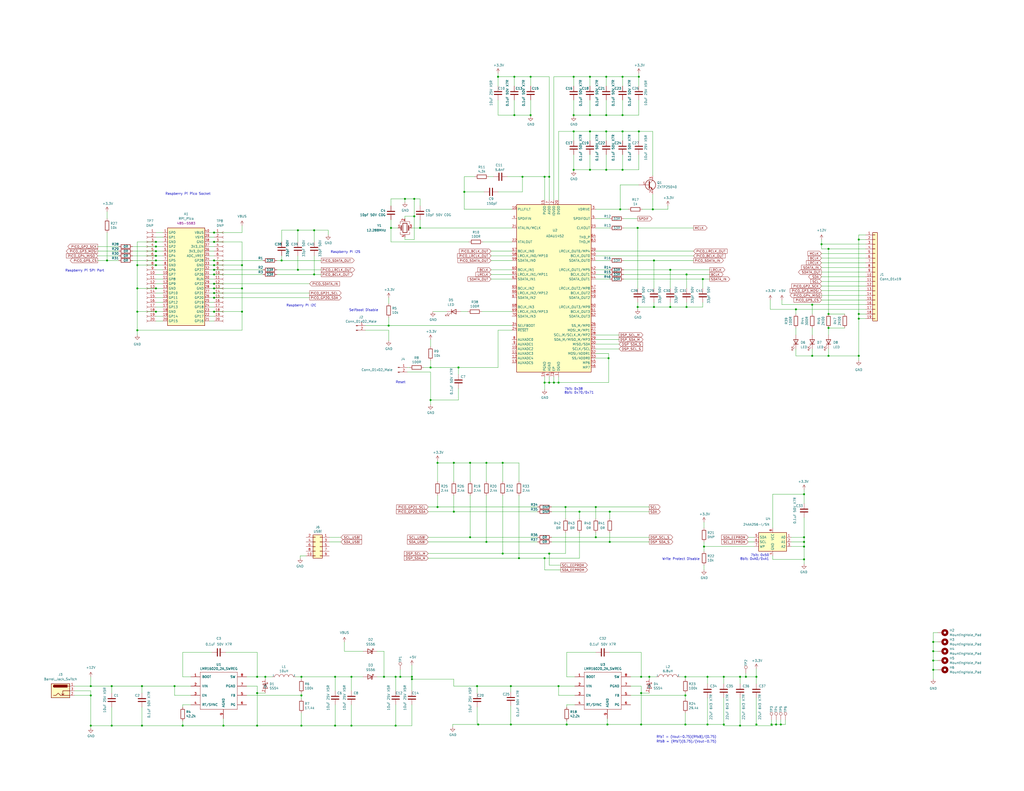
<source format=kicad_sch>
(kicad_sch (version 20211123) (generator eeschema)
  (paper "C")
  (junction (at 99.695 396.24))
  (junction (at 49.53 374.65))
  (junction (at 116.84 154.94))
  (junction (at 77.47 396.24))
  (junction (at 116.84 149.86))
  (junction (at 85.09 144.78))
  (junction (at 374.65 149.86))
  (junction (at 297.18 208.915))
  (junction (at 339.725 71.755))
  (junction (at 132.08 157.48))
  (junction (at 452.12 171.45))
  (junction (at 330.835 92.71))
  (junction (at 289.56 41.91))
  (junction (at 452.12 135.89))
  (junction (at 412.75 369.57))
  (junction (at 321.945 41.91))
  (junction (at 229.235 124.46))
  (junction (at 278.765 374.65))
  (junction (at 412.75 395.605))
  (junction (at 283.21 304.8))
  (junction (at 509.27 365.76))
  (junction (at 212.09 177.8))
  (junction (at 171.45 125.73))
  (junction (at 132.08 144.78))
  (junction (at 85.09 134.62))
  (junction (at 289.56 62.865))
  (junction (at 313.055 71.755))
  (junction (at 74.93 180.34))
  (junction (at 234.95 218.44))
  (junction (at 332.74 279.4))
  (junction (at 383.54 152.4))
  (junction (at 226.06 118.11))
  (junction (at 116.84 160.02))
  (junction (at 247.65 279.4))
  (junction (at 74.93 170.18))
  (junction (at 85.09 139.7))
  (junction (at 164.465 379.73))
  (junction (at 85.09 157.48))
  (junction (at 58.42 142.24))
  (junction (at 348.615 71.755))
  (junction (at 313.055 92.71))
  (junction (at 116.84 144.78))
  (junction (at 85.09 137.16))
  (junction (at 247.65 252.73))
  (junction (at 325.12 276.86))
  (junction (at 116.84 132.08))
  (junction (at 438.785 298.45))
  (junction (at 74.93 157.48))
  (junction (at 253.365 104.775))
  (junction (at 215.9 396.24))
  (junction (at 309.245 395.605))
  (junction (at 116.84 127))
  (junction (at 443.23 194.31))
  (junction (at 164.465 369.57))
  (junction (at 438.785 293.37))
  (junction (at 260.985 395.605))
  (junction (at 238.76 252.73))
  (junction (at 77.47 374.65))
  (junction (at 374.015 369.57))
  (junction (at 374.015 395.605))
  (junction (at 331.47 395.605))
  (junction (at 116.84 142.24))
  (junction (at 354.33 369.57))
  (junction (at 321.945 92.71))
  (junction (at 509.27 355.6))
  (junction (at 74.93 144.78))
  (junction (at 509.27 360.68))
  (junction (at 339.725 41.91))
  (junction (at 338.455 114.3))
  (junction (at 265.43 252.73))
  (junction (at 60.96 374.65))
  (junction (at 238.76 276.86))
  (junction (at 140.335 396.24))
  (junction (at 349.885 378.46))
  (junction (at 468.63 171.45))
  (junction (at 313.055 41.91))
  (junction (at 278.765 395.605))
  (junction (at 256.54 293.37))
  (junction (at 140.335 378.46))
  (junction (at 468.63 130.81))
  (junction (at 209.55 369.57))
  (junction (at 226.06 108.585))
  (junction (at 191.77 369.57))
  (junction (at 153.67 142.24))
  (junction (at 280.67 62.865))
  (junction (at 302.26 208.915))
  (junction (at 330.835 71.755))
  (junction (at 224.79 370.84))
  (junction (at 407.035 369.57))
  (junction (at 349.885 369.57))
  (junction (at 85.09 170.18))
  (junction (at 220.98 108.585))
  (junction (at 60.96 396.24))
  (junction (at 49.53 379.73))
  (junction (at 271.78 41.91))
  (junction (at 121.92 396.24))
  (junction (at 448.31 133.35))
  (junction (at 316.23 279.4))
  (junction (at 332.105 195.58))
  (junction (at 182.88 396.24))
  (junction (at 386.08 369.57))
  (junction (at 171.45 149.86))
  (junction (at 260.35 374.65))
  (junction (at 468.63 173.99))
  (junction (at 116.84 147.32))
  (junction (at 330.835 41.91))
  (junction (at 162.56 125.73))
  (junction (at 349.885 395.605))
  (junction (at 332.74 295.91))
  (junction (at 116.84 157.48))
  (junction (at 438.785 295.91))
  (junction (at 321.945 62.865))
  (junction (at 356.87 167.64))
  (junction (at 191.77 396.24))
  (junction (at 374.65 167.64))
  (junction (at 365.76 167.64))
  (junction (at 403.86 396.24))
  (junction (at 452.12 179.07))
  (junction (at 218.44 369.57))
  (junction (at 256.54 252.73))
  (junction (at 421.005 395.605))
  (junction (at 394.97 369.57))
  (junction (at 299.72 302.26))
  (junction (at 426.085 395.605))
  (junction (at 438.785 305.435))
  (junction (at 285.115 96.52))
  (junction (at 325.12 293.37))
  (junction (at 162.56 147.32))
  (junction (at 116.84 162.56))
  (junction (at 386.08 395.605))
  (junction (at 374.015 379.73))
  (junction (at 85.09 132.08))
  (junction (at 274.32 302.26))
  (junction (at 348.615 41.91))
  (junction (at 365.76 147.32))
  (junction (at 308.61 276.86))
  (junction (at 423.545 395.605))
  (junction (at 213.36 124.46))
  (junction (at 132.08 170.18))
  (junction (at 330.835 62.865))
  (junction (at 49.53 396.24))
  (junction (at 403.86 369.57))
  (junction (at 299.72 96.52))
  (junction (at 434.34 168.91))
  (junction (at 339.725 62.865))
  (junction (at 299.72 208.915))
  (junction (at 304.8 374.65))
  (junction (at 234.95 200.66))
  (junction (at 509.27 350.52))
  (junction (at 297.18 96.52))
  (junction (at 274.32 252.73))
  (junction (at 224.79 369.57))
  (junction (at 182.88 369.57))
  (junction (at 95.25 374.65))
  (junction (at 356.87 142.24))
  (junction (at 452.12 194.31))
  (junction (at 297.18 304.8))
  (junction (at 304.8 208.915))
  (junction (at 116.84 170.18))
  (junction (at 321.945 71.755))
  (junction (at 140.335 369.57))
  (junction (at 265.43 295.91))
  (junction (at 215.9 369.57))
  (junction (at 384.175 298.45))
  (junction (at 438.785 269.875))
  (junction (at 347.98 124.46))
  (junction (at 313.055 62.865))
  (junction (at 144.78 369.57))
  (junction (at 280.67 41.91))
  (junction (at 347.98 167.64))
  (junction (at 250.19 200.66))
  (junction (at 164.465 396.24))
  (junction (at 443.23 166.37))
  (junction (at 394.97 395.605))
  (junction (at 85.09 142.24))
  (junction (at 356.235 114.3))
  (junction (at 468.63 194.31))
  (junction (at 339.725 92.71))
  (wire (pts (xy 279.4 132.08) (xy 263.525 132.08)))
  (wire (pts (xy 256.54 252.73) (xy 247.65 252.73)))
  (wire (pts (xy 224.79 396.24) (xy 215.9 396.24)))
  (wire (pts (xy 171.45 125.73) (xy 179.07 125.73)))
  (wire (pts (xy 468.63 173.99) (xy 468.63 171.45)))
  (wire (pts (xy 116.84 162.56) (xy 168.91 162.56)))
  (wire (pts (xy 140.335 378.46) (xy 140.335 396.24)))
  (wire (pts (xy 233.68 304.8) (xy 283.21 304.8)))
  (wire (pts (xy 88.9 132.08) (xy 85.09 132.08)))
  (wire (pts (xy 394.97 381) (xy 394.97 395.605)))
  (wire (pts (xy 212.09 177.8) (xy 279.4 177.8)))
  (wire (pts (xy 289.56 63.5) (xy 289.56 62.865)))
  (wire (pts (xy 283.21 252.73) (xy 274.32 252.73)))
  (wire (pts (xy 472.44 138.43) (xy 448.31 138.43)))
  (wire (pts (xy 443.23 166.37) (xy 443.23 171.45)))
  (wire (pts (xy 461.01 179.07) (xy 452.12 179.07)))
  (wire (pts (xy 234.95 185.42) (xy 234.95 189.23)))
  (wire (pts (xy 247.015 395.605) (xy 247.015 396.875)))
  (wire (pts (xy 302.26 109.22) (xy 302.26 41.91)))
  (wire (pts (xy 509.27 365.76) (xy 511.81 365.76)))
  (wire (pts (xy 297.18 208.915) (xy 297.18 212.725)))
  (wire (pts (xy 347.98 165.1) (xy 347.98 167.64)))
  (wire (pts (xy 438.785 307.975) (xy 438.785 305.435)))
  (wire (pts (xy 280.67 46.99) (xy 280.67 41.91)))
  (wire (pts (xy 182.88 384.81) (xy 182.88 396.24)))
  (wire (pts (xy 116.84 127) (xy 132.08 127)))
  (wire (pts (xy 236.22 170.18) (xy 243.84 170.18)))
  (wire (pts (xy 332.74 124.46) (xy 325.12 124.46)))
  (wire (pts (xy 58.42 127) (xy 58.42 142.24)))
  (wire (pts (xy 171.45 139.7) (xy 171.45 149.86)))
  (wire (pts (xy 438.785 269.875) (xy 438.785 274.955)))
  (wire (pts (xy 509.27 360.68) (xy 509.27 355.6)))
  (wire (pts (xy 321.945 41.91) (xy 321.945 46.99)))
  (wire (pts (xy 403.86 369.57) (xy 403.86 373.38)))
  (wire (pts (xy 220.98 130.81) (xy 226.06 130.81)))
  (wire (pts (xy 271.78 104.775) (xy 285.115 104.775)))
  (wire (pts (xy 308.61 290.83) (xy 308.61 302.26)))
  (wire (pts (xy 229.235 124.46) (xy 279.4 124.46)))
  (wire (pts (xy 344.17 369.57) (xy 349.885 369.57)))
  (wire (pts (xy 121.92 396.24) (xy 140.335 396.24)))
  (wire (pts (xy 162.56 125.73) (xy 171.45 125.73)))
  (wire (pts (xy 299.72 205.74) (xy 299.72 208.915)))
  (wire (pts (xy 179.07 125.73) (xy 179.07 128.27)))
  (wire (pts (xy 289.56 54.61) (xy 289.56 62.865)))
  (wire (pts (xy 509.27 345.44) (xy 511.81 345.44)))
  (wire (pts (xy 313.055 62.865) (xy 313.055 63.5)))
  (wire (pts (xy 331.47 395.605) (xy 349.885 395.605)))
  (wire (pts (xy 260.35 378.46) (xy 260.35 374.65)))
  (wire (pts (xy 220.98 119.38) (xy 220.98 118.11)))
  (wire (pts (xy 72.39 139.7) (xy 85.09 139.7)))
  (wire (pts (xy 325.12 119.38) (xy 332.74 119.38)))
  (wire (pts (xy 58.42 142.24) (xy 64.77 142.24)))
  (wire (pts (xy 348.615 54.61) (xy 348.615 62.865)))
  (wire (pts (xy 325.12 139.7) (xy 378.46 139.7)))
  (wire (pts (xy 339.725 54.61) (xy 339.725 62.865)))
  (wire (pts (xy 325.12 152.4) (xy 332.74 152.4)))
  (wire (pts (xy 233.68 302.26) (xy 274.32 302.26)))
  (wire (pts (xy 153.67 139.7) (xy 153.67 142.24)))
  (wire (pts (xy 403.86 369.57) (xy 394.97 369.57)))
  (wire (pts (xy 472.44 140.97) (xy 448.31 140.97)))
  (wire (pts (xy 421.005 393.065) (xy 421.005 395.605)))
  (wire (pts (xy 452.12 194.31) (xy 468.63 194.31)))
  (wire (pts (xy 509.27 355.6) (xy 509.27 350.52)))
  (wire (pts (xy 374.015 378.46) (xy 374.015 379.73)))
  (wire (pts (xy 162.56 125.73) (xy 162.56 132.08)))
  (wire (pts (xy 325.12 147.32) (xy 332.74 147.32)))
  (wire (pts (xy 452.12 135.89) (xy 452.12 171.45)))
  (wire (pts (xy 271.78 200.66) (xy 250.19 200.66)))
  (wire (pts (xy 114.3 132.08) (xy 116.84 132.08)))
  (wire (pts (xy 220.98 110.49) (xy 220.98 108.585)))
  (wire (pts (xy 222.25 200.66) (xy 223.52 200.66)))
  (wire (pts (xy 74.93 170.18) (xy 74.93 180.34)))
  (wire (pts (xy 53.34 134.62) (xy 64.77 134.62)))
  (wire (pts (xy 325.12 187.96) (xy 337.82 187.96)))
  (wire (pts (xy 255.905 132.08) (xy 213.36 132.08)))
  (wire (pts (xy 347.98 167.64) (xy 356.87 167.64)))
  (wire (pts (xy 309.245 356.235) (xy 309.245 369.57)))
  (wire (pts (xy 448.31 133.35) (xy 472.44 133.35)))
  (wire (pts (xy 325.12 356.235) (xy 309.245 356.235)))
  (wire (pts (xy 297.18 304.8) (xy 316.23 304.8)))
  (wire (pts (xy 431.8 293.37) (xy 438.785 293.37)))
  (wire (pts (xy 274.32 262.89) (xy 274.32 252.73)))
  (wire (pts (xy 271.78 62.865) (xy 280.67 62.865)))
  (wire (pts (xy 348.615 76.835) (xy 348.615 71.755)))
  (wire (pts (xy 49.53 396.24) (xy 60.96 396.24)))
  (wire (pts (xy 438.785 298.45) (xy 438.785 295.91)))
  (wire (pts (xy 308.61 276.86) (xy 325.12 276.86)))
  (wire (pts (xy 332.105 208.915) (xy 304.8 208.915)))
  (wire (pts (xy 271.78 54.61) (xy 271.78 62.865)))
  (wire (pts (xy 215.9 396.24) (xy 191.77 396.24)))
  (wire (pts (xy 349.885 395.605) (xy 374.015 395.605)))
  (wire (pts (xy 116.84 132.08) (xy 132.08 132.08)))
  (wire (pts (xy 349.885 369.57) (xy 354.33 369.57)))
  (wire (pts (xy 186.055 295.91) (xy 179.705 295.91)))
  (wire (pts (xy 85.09 129.54) (xy 88.9 129.54)))
  (wire (pts (xy 58.42 115.57) (xy 58.42 119.38)))
  (wire (pts (xy 164.465 378.46) (xy 164.465 379.73)))
  (wire (pts (xy 299.72 96.52) (xy 299.72 109.22)))
  (wire (pts (xy 77.47 374.65) (xy 95.25 374.65)))
  (wire (pts (xy 468.63 194.31) (xy 468.63 173.99)))
  (wire (pts (xy 509.27 370.84) (xy 509.27 365.76)))
  (wire (pts (xy 116.84 142.24) (xy 143.51 142.24)))
  (wire (pts (xy 234.95 196.85) (xy 234.95 200.66)))
  (wire (pts (xy 438.785 305.435) (xy 438.785 298.45)))
  (wire (pts (xy 104.14 374.65) (xy 95.25 374.65)))
  (wire (pts (xy 88.9 144.78) (xy 85.09 144.78)))
  (wire (pts (xy 186.055 293.37) (xy 179.705 293.37)))
  (wire (pts (xy 309.245 395.605) (xy 331.47 395.605)))
  (wire (pts (xy 384.175 285.115) (xy 384.175 288.29)))
  (wire (pts (xy 114.3 152.4) (xy 116.84 152.4)))
  (wire (pts (xy 374.015 369.57) (xy 370.84 369.57)))
  (wire (pts (xy 300.99 279.4) (xy 316.23 279.4)))
  (wire (pts (xy 99.695 393.7) (xy 99.695 396.24)))
  (wire (pts (xy 374.015 379.73) (xy 374.015 381.635)))
  (wire (pts (xy 338.455 114.3) (xy 338.455 100.965)))
  (wire (pts (xy 213.36 108.585) (xy 213.36 112.395)))
  (wire (pts (xy 384.175 308.61) (xy 384.175 311.15)))
  (wire (pts (xy 271.78 180.34) (xy 279.4 180.34)))
  (wire (pts (xy 330.835 84.455) (xy 330.835 92.71)))
  (wire (pts (xy 472.44 148.59) (xy 448.31 148.59)))
  (wire (pts (xy 407.035 367.665) (xy 407.035 369.57)))
  (wire (pts (xy 49.53 379.73) (xy 49.53 396.24)))
  (wire (pts (xy 421.64 305.435) (xy 438.785 305.435)))
  (wire (pts (xy 339.725 76.835) (xy 339.725 71.755)))
  (wire (pts (xy 472.44 143.51) (xy 448.31 143.51)))
  (wire (pts (xy 278.765 385.445) (xy 278.765 395.605)))
  (wire (pts (xy 374.015 370.84) (xy 374.015 369.57)))
  (wire (pts (xy 448.31 130.81) (xy 448.31 133.35)))
  (wire (pts (xy 251.46 170.18) (xy 255.27 170.18)))
  (wire (pts (xy 212.09 180.34) (xy 212.09 186.055)))
  (wire (pts (xy 218.44 365.76) (xy 218.44 369.57)))
  (wire (pts (xy 325.12 182.88) (xy 337.82 182.88)))
  (wire (pts (xy 250.19 204.47) (xy 250.19 200.66)))
  (wire (pts (xy 438.785 293.37) (xy 438.785 282.575)))
  (wire (pts (xy 309.245 393.7) (xy 309.245 395.605)))
  (wire (pts (xy 332.105 193.04) (xy 332.105 195.58)))
  (wire (pts (xy 53.34 139.7) (xy 64.77 139.7)))
  (wire (pts (xy 452.12 190.5) (xy 452.12 194.31)))
  (wire (pts (xy 299.72 302.26) (xy 308.61 302.26)))
  (wire (pts (xy 325.12 190.5) (xy 337.82 190.5)))
  (wire (pts (xy 374.015 395.605) (xy 386.08 395.605)))
  (wire (pts (xy 304.8 71.755) (xy 313.055 71.755)))
  (wire (pts (xy 472.44 166.37) (xy 443.23 166.37)))
  (wire (pts (xy 325.12 290.83) (xy 325.12 293.37)))
  (wire (pts (xy 114.3 149.86) (xy 116.84 149.86)))
  (wire (pts (xy 280.67 54.61) (xy 280.67 62.865)))
  (wire (pts (xy 374.65 149.86) (xy 387.35 149.86)))
  (wire (pts (xy 144.78 370.84) (xy 144.78 369.57)))
  (wire (pts (xy 426.085 395.605) (xy 423.545 395.605)))
  (wire (pts (xy 267.97 137.16) (xy 279.4 137.16)))
  (wire (pts (xy 140.335 356.235) (xy 140.335 369.57)))
  (wire (pts (xy 191.77 377.19) (xy 191.77 369.57)))
  (wire (pts (xy 365.76 147.32) (xy 365.76 157.48)))
  (wire (pts (xy 321.945 84.455) (xy 321.945 92.71)))
  (wire (pts (xy 394.97 369.57) (xy 386.08 369.57)))
  (wire (pts (xy 224.79 369.57) (xy 218.44 369.57)))
  (wire (pts (xy 226.06 108.585) (xy 220.98 108.585)))
  (wire (pts (xy 213.36 132.08) (xy 213.36 124.46)))
  (wire (pts (xy 267.97 139.7) (xy 279.4 139.7)))
  (wire (pts (xy 72.39 137.16) (xy 85.09 137.16)))
  (wire (pts (xy 212.09 173.355) (xy 212.09 177.8)))
  (wire (pts (xy 428.625 393.065) (xy 428.625 395.605)))
  (wire (pts (xy 238.76 276.86) (xy 293.37 276.86)))
  (wire (pts (xy 509.27 350.52) (xy 509.27 345.44)))
  (wire (pts (xy 77.47 374.65) (xy 77.47 378.46)))
  (wire (pts (xy 220.98 108.585) (xy 213.36 108.585)))
  (wire (pts (xy 325.12 293.37) (xy 354.33 293.37)))
  (wire (pts (xy 426.72 163.83) (xy 426.72 166.37)))
  (wire (pts (xy 209.55 369.57) (xy 205.74 369.57)))
  (wire (pts (xy 213.36 124.46) (xy 213.36 120.015)))
  (wire (pts (xy 316.23 279.4) (xy 316.23 283.21)))
  (wire (pts (xy 431.8 295.91) (xy 438.785 295.91)))
  (wire (pts (xy 364.49 114.3) (xy 364.49 112.395)))
  (wire (pts (xy 321.945 71.755) (xy 321.945 76.835)))
  (wire (pts (xy 49.53 377.19) (xy 40.64 377.19)))
  (wire (pts (xy 332.74 279.4) (xy 354.33 279.4)))
  (wire (pts (xy 325.12 137.16) (xy 378.46 137.16)))
  (wire (pts (xy 234.95 218.44) (xy 234.95 220.98)))
  (wire (pts (xy 339.725 92.71) (xy 330.835 92.71)))
  (wire (pts (xy 85.09 154.94) (xy 88.9 154.94)))
  (wire (pts (xy 302.26 41.91) (xy 313.055 41.91)))
  (wire (pts (xy 114.3 139.7) (xy 116.84 139.7)))
  (wire (pts (xy 316.23 290.83) (xy 316.23 304.8)))
  (wire (pts (xy 423.545 395.605) (xy 421.005 395.605)))
  (wire (pts (xy 302.26 208.915) (xy 299.72 208.915)))
  (wire (pts (xy 85.09 127) (xy 88.9 127)))
  (wire (pts (xy 85.09 142.24) (xy 88.9 142.24)))
  (wire (pts (xy 325.12 185.42) (xy 337.82 185.42)))
  (wire (pts (xy 58.42 142.24) (xy 53.34 142.24)))
  (wire (pts (xy 340.36 142.24) (xy 356.87 142.24)))
  (wire (pts (xy 316.23 279.4) (xy 332.74 279.4)))
  (wire (pts (xy 114.3 142.24) (xy 116.84 142.24)))
  (wire (pts (xy 340.36 124.46) (xy 347.98 124.46)))
  (wire (pts (xy 325.12 276.86) (xy 354.33 276.86)))
  (wire (pts (xy 260.35 386.08) (xy 260.35 394.97)))
  (wire (pts (xy 132.08 144.78) (xy 132.08 157.48)))
  (wire (pts (xy 421.64 269.875) (xy 438.785 269.875)))
  (wire (pts (xy 344.17 374.65) (xy 349.885 374.65)))
  (wire (pts (xy 297.18 311.15) (xy 306.07 311.15)))
  (wire (pts (xy 182.88 369.57) (xy 191.77 369.57)))
  (wire (pts (xy 297.18 96.52) (xy 299.72 96.52)))
  (wire (pts (xy 386.08 373.38) (xy 386.08 369.57)))
  (wire (pts (xy 321.945 92.71) (xy 313.055 92.71)))
  (wire (pts (xy 164.465 379.73) (xy 134.62 379.73)))
  (wire (pts (xy 299.72 308.61) (xy 299.72 302.26)))
  (wire (pts (xy 407.035 369.57) (xy 403.86 369.57)))
  (wire (pts (xy 304.8 208.915) (xy 302.26 208.915)))
  (wire (pts (xy 285.115 96.52) (xy 297.18 96.52)))
  (wire (pts (xy 114.3 162.56) (xy 116.84 162.56)))
  (wire (pts (xy 253.365 96.52) (xy 253.365 104.775)))
  (wire (pts (xy 74.93 170.18) (xy 85.09 170.18)))
  (wire (pts (xy 144.78 369.57) (xy 148.59 369.57)))
  (wire (pts (xy 247.65 370.84) (xy 247.65 374.65)))
  (wire (pts (xy 279.4 114.3) (xy 253.365 114.3)))
  (wire (pts (xy 308.61 276.86) (xy 308.61 283.21)))
  (wire (pts (xy 411.48 295.91) (xy 408.305 295.91)))
  (wire (pts (xy 77.47 386.08) (xy 77.47 396.24)))
  (wire (pts (xy 114.3 154.94) (xy 116.84 154.94)))
  (wire (pts (xy 304.8 205.74) (xy 304.8 208.915)))
  (wire (pts (xy 461.01 171.45) (xy 452.12 171.45)))
  (wire (pts (xy 164.465 379.73) (xy 164.465 381.635)))
  (wire (pts (xy 191.77 369.57) (xy 198.12 369.57)))
  (wire (pts (xy 509.27 355.6) (xy 511.81 355.6)))
  (wire (pts (xy 283.21 270.51) (xy 283.21 304.8)))
  (wire (pts (xy 182.88 396.24) (xy 191.77 396.24)))
  (wire (pts (xy 330.835 41.91) (xy 339.725 41.91)))
  (wire (pts (xy 412.75 381) (xy 412.75 395.605)))
  (wire (pts (xy 374.015 379.73) (xy 344.17 379.73)))
  (wire (pts (xy 123.19 356.235) (xy 140.335 356.235)))
  (wire (pts (xy 304.8 374.65) (xy 304.8 379.73)))
  (wire (pts (xy 85.09 162.56) (xy 88.9 162.56)))
  (wire (pts (xy 115.57 356.235) (xy 99.695 356.235)))
  (wire (pts (xy 347.98 124.46) (xy 378.46 124.46)))
  (wire (pts (xy 265.43 252.73) (xy 256.54 252.73)))
  (wire (pts (xy 114.3 165.1) (xy 116.84 165.1)))
  (wire (pts (xy 332.74 356.235) (xy 349.885 356.235)))
  (wire (pts (xy 347.98 167.64) (xy 347.98 168.91)))
  (wire (pts (xy 164.465 370.84) (xy 164.465 369.57)))
  (wire (pts (xy 217.17 124.46) (xy 213.36 124.46)))
  (wire (pts (xy 468.63 130.81) (xy 468.63 128.27)))
  (wire (pts (xy 356.87 165.1) (xy 356.87 167.64)))
  (wire (pts (xy 347.98 124.46) (xy 347.98 157.48)))
  (wire (pts (xy 412.75 365.125) (xy 412.75 369.57)))
  (wire (pts (xy 289.56 41.91) (xy 280.67 41.91)))
  (wire (pts (xy 116.84 160.02) (xy 168.91 160.02)))
  (wire (pts (xy 321.945 62.865) (xy 313.055 62.865)))
  (wire (pts (xy 421.64 288.29) (xy 421.64 269.875)))
  (wire (pts (xy 229.235 108.585) (xy 226.06 108.585)))
  (wire (pts (xy 472.44 156.21) (xy 448.31 156.21)))
  (wire (pts (xy 299.72 308.61) (xy 306.07 308.61)))
  (wire (pts (xy 116.84 144.78) (xy 132.08 144.78)))
  (wire (pts (xy 297.18 96.52) (xy 297.18 109.22)))
  (wire (pts (xy 114.3 157.48) (xy 116.84 157.48)))
  (wire (pts (xy 386.08 395.605) (xy 394.97 395.605)))
  (wire (pts (xy 85.09 157.48) (xy 88.9 157.48)))
  (wire (pts (xy 448.31 135.89) (xy 448.31 133.35)))
  (wire (pts (xy 85.09 160.02) (xy 88.9 160.02)))
  (wire (pts (xy 472.44 153.67) (xy 448.31 153.67)))
  (wire (pts (xy 325.12 193.04) (xy 332.105 193.04)))
  (wire (pts (xy 271.78 180.34) (xy 271.78 200.66)))
  (wire (pts (xy 164.465 369.57) (xy 161.29 369.57)))
  (wire (pts (xy 187.96 355.6) (xy 198.12 355.6)))
  (wire (pts (xy 99.695 386.08) (xy 99.695 384.81)))
  (wire (pts (xy 313.055 41.91) (xy 321.945 41.91)))
  (wire (pts (xy 49.53 379.73) (xy 49.53 377.19)))
  (wire (pts (xy 509.27 365.76) (xy 509.27 360.68)))
  (wire (pts (xy 383.54 167.64) (xy 374.65 167.64)))
  (wire (pts (xy 199.39 180.34) (xy 212.09 180.34)))
  (wire (pts (xy 412.75 369.57) (xy 407.035 369.57)))
  (wire (pts (xy 163.83 303.53) (xy 167.005 303.53)))
  (wire (pts (xy 438.785 267.335) (xy 438.785 269.875)))
  (wire (pts (xy 313.69 374.65) (xy 304.8 374.65)))
  (wire (pts (xy 309.245 386.08) (xy 309.245 384.81)))
  (wire (pts (xy 85.09 147.32) (xy 88.9 147.32)))
  (wire (pts (xy 250.19 218.44) (xy 234.95 218.44)))
  (wire (pts (xy 162.56 139.7) (xy 162.56 147.32)))
  (wire (pts (xy 349.885 378.46) (xy 349.885 395.605)))
  (wire (pts (xy 332.74 279.4) (xy 332.74 283.21)))
  (wire (pts (xy 340.36 152.4) (xy 383.54 152.4)))
  (wire (pts (xy 85.09 134.62) (xy 88.9 134.62)))
  (wire (pts (xy 313.055 92.71) (xy 313.055 93.345)))
  (wire (pts (xy 164.465 396.24) (xy 182.88 396.24)))
  (wire (pts (xy 114.3 137.16) (xy 116.84 137.16)))
  (wire (pts (xy 171.45 149.86) (xy 175.26 149.86)))
  (wire (pts (xy 265.43 270.51) (xy 265.43 295.91)))
  (wire (pts (xy 304.8 109.22) (xy 304.8 71.755)))
  (wire (pts (xy 348.615 41.91) (xy 348.615 40.005)))
  (wire (pts (xy 220.98 118.11) (xy 226.06 118.11)))
  (wire (pts (xy 114.3 129.54) (xy 116.84 129.54)))
  (wire (pts (xy 256.54 262.89) (xy 256.54 252.73)))
  (wire (pts (xy 331.47 392.43) (xy 331.47 395.605)))
  (wire (pts (xy 114.3 144.78) (xy 116.84 144.78)))
  (wire (pts (xy 384.175 298.45) (xy 384.175 300.99)))
  (wire (pts (xy 509.27 360.68) (xy 511.81 360.68)))
  (wire (pts (xy 253.365 114.3) (xy 253.365 104.775)))
  (wire (pts (xy 116.84 149.86) (xy 143.51 149.86)))
  (wire (pts (xy 95.25 379.73) (xy 104.14 379.73)))
  (wire (pts (xy 215.9 369.57) (xy 209.55 369.57)))
  (wire (pts (xy 374.65 149.86) (xy 374.65 157.48)))
  (wire (pts (xy 134.62 369.57) (xy 140.335 369.57)))
  (wire (pts (xy 365.76 147.32) (xy 387.35 147.32)))
  (wire (pts (xy 49.53 396.24) (xy 49.53 397.51)))
  (wire (pts (xy 313.055 54.61) (xy 313.055 62.865)))
  (wire (pts (xy 302.26 205.74) (xy 302.26 208.915)))
  (wire (pts (xy 85.09 170.18) (xy 88.9 170.18)))
  (wire (pts (xy 321.945 71.755) (xy 330.835 71.755)))
  (wire (pts (xy 374.65 165.1) (xy 374.65 167.64)))
  (wire (pts (xy 74.93 157.48) (xy 74.93 170.18)))
  (wire (pts (xy 276.86 96.52) (xy 285.115 96.52)))
  (wire (pts (xy 330.835 71.755) (xy 339.725 71.755)))
  (wire (pts (xy 280.67 62.865) (xy 289.56 62.865)))
  (wire (pts (xy 309.245 369.57) (xy 313.69 369.57)))
  (wire (pts (xy 132.08 170.18) (xy 132.08 180.34)))
  (wire (pts (xy 222.25 203.2) (xy 234.95 203.2)))
  (wire (pts (xy 325.12 149.86) (xy 332.74 149.86)))
  (wire (pts (xy 413.385 396.24) (xy 412.75 395.605)))
  (wire (pts (xy 114.3 175.26) (xy 116.84 175.26)))
  (wire (pts (xy 468.63 130.81) (xy 472.44 130.81)))
  (wire (pts (xy 215.9 384.81) (xy 215.9 396.24)))
  (wire (pts (xy 394.97 369.57) (xy 394.97 373.38)))
  (wire (pts (xy 116.84 157.48) (xy 132.08 157.48)))
  (wire (pts (xy 339.725 62.865) (xy 330.835 62.865)))
  (wire (pts (xy 247.65 270.51) (xy 247.65 279.4)))
  (wire (pts (xy 60.96 396.24) (xy 77.47 396.24)))
  (wire (pts (xy 247.015 395.605) (xy 260.985 395.605)))
  (wire (pts (xy 350.52 114.3) (xy 356.235 114.3)))
  (wire (pts (xy 85.09 137.16) (xy 88.9 137.16)))
  (wire (pts (xy 238.76 270.51) (xy 238.76 276.86)))
  (wire (pts (xy 95.25 374.65) (xy 95.25 379.73)))
  (wire (pts (xy 260.35 394.97) (xy 260.985 395.605)))
  (wire (pts (xy 260.35 374.65) (xy 278.765 374.65)))
  (wire (pts (xy 468.63 173.99) (xy 472.44 173.99)))
  (wire (pts (xy 434.34 190.5) (xy 434.34 194.31)))
  (wire (pts (xy 325.12 114.3) (xy 338.455 114.3)))
  (wire (pts (xy 299.72 41.91) (xy 299.72 96.52)))
  (wire (pts (xy 468.63 196.85) (xy 468.63 194.31)))
  (wire (pts (xy 238.76 262.89) (xy 238.76 252.73)))
  (wire (pts (xy 325.12 142.24) (xy 332.74 142.24)))
  (wire (pts (xy 164.465 369.57) (xy 182.88 369.57)))
  (wire (pts (xy 412.75 369.57) (xy 412.75 373.38)))
  (wire (pts (xy 472.44 146.05) (xy 448.31 146.05)))
  (wire (pts (xy 114.3 134.62) (xy 116.84 134.62)))
  (wire (pts (xy 267.97 147.32) (xy 279.4 147.32)))
  (wire (pts (xy 472.44 168.91) (xy 434.34 168.91)))
  (wire (pts (xy 262.89 170.18) (xy 279.4 170.18)))
  (wire (pts (xy 472.44 161.29) (xy 448.31 161.29)))
  (wire (pts (xy 99.695 384.81) (xy 104.14 384.81)))
  (wire (pts (xy 256.54 270.51) (xy 256.54 293.37)))
  (wire (pts (xy 171.45 125.73) (xy 171.45 132.08)))
  (wire (pts (xy 132.08 123.19) (xy 132.08 127)))
  (wire (pts (xy 348.615 46.99) (xy 348.615 41.91)))
  (wire (pts (xy 233.68 279.4) (xy 247.65 279.4)))
  (wire (pts (xy 234.95 203.2) (xy 234.95 218.44)))
  (wire (pts (xy 384.175 295.91) (xy 384.175 298.45)))
  (wire (pts (xy 85.09 152.4) (xy 88.9 152.4)))
  (wire (pts (xy 472.44 135.89) (xy 452.12 135.89)))
  (wire (pts (xy 74.93 157.48) (xy 85.09 157.48)))
  (wire (pts (xy 144.78 378.46) (xy 140.335 378.46)))
  (wire (pts (xy 162.56 147.32) (xy 175.26 147.32)))
  (wire (pts (xy 403.86 396.24) (xy 412.75 396.24)))
  (wire (pts (xy 224.79 370.84) (xy 224.79 369.57)))
  (wire (pts (xy 438.785 295.91) (xy 438.785 293.37)))
  (wire (pts (xy 386.08 381) (xy 386.08 395.605)))
  (wire (pts (xy 421.64 396.24) (xy 413.385 396.24)))
  (wire (pts (xy 283.21 304.8) (xy 297.18 304.8)))
  (wire (pts (xy 274.32 252.73) (xy 265.43 252.73)))
  (wire (pts (xy 342.9 114.3) (xy 338.455 114.3)))
  (wire (pts (xy 348.615 62.865) (xy 339.725 62.865)))
  (wire (pts (xy 365.76 165.1) (xy 365.76 167.64)))
  (wire (pts (xy 443.23 190.5) (xy 443.23 194.31)))
  (wire (pts (xy 85.09 139.7) (xy 88.9 139.7)))
  (wire (pts (xy 330.835 46.99) (xy 330.835 41.91)))
  (wire (pts (xy 356.87 167.64) (xy 365.76 167.64)))
  (wire (pts (xy 348.615 84.455) (xy 348.615 92.71)))
  (wire (pts (xy 134.62 374.65) (xy 140.335 374.65)))
  (wire (pts (xy 140.335 374.65) (xy 140.335 378.46)))
  (wire (pts (xy 260.985 395.605) (xy 278.765 395.605)))
  (wire (pts (xy 265.43 295.91) (xy 293.37 295.91)))
  (wire (pts (xy 313.055 76.835) (xy 313.055 71.755)))
  (wire (pts (xy 383.54 152.4) (xy 383.54 157.48)))
  (wire (pts (xy 99.695 356.235) (xy 99.695 369.57)))
  (wire (pts (xy 224.79 363.22) (xy 224.79 369.57)))
  (wire (pts (xy 266.7 96.52) (xy 269.24 96.52)))
  (wire (pts (xy 85.09 149.86) (xy 88.9 149.86)))
  (wire (pts (xy 231.14 200.66) (xy 234.95 200.66)))
  (wire (pts (xy 153.67 125.73) (xy 162.56 125.73)))
  (wire (pts (xy 77.47 396.24) (xy 99.695 396.24)))
  (wire (pts (xy 209.55 355.6) (xy 209.55 369.57)))
  (wire (pts (xy 340.36 149.86) (xy 374.65 149.86)))
  (wire (pts (xy 218.44 369.57) (xy 215.9 369.57)))
  (wire (pts (xy 321.945 41.91) (xy 330.835 41.91)))
  (wire (pts (xy 339.725 71.755) (xy 348.615 71.755)))
  (wire (pts (xy 468.63 171.45) (xy 468.63 130.81)))
  (wire (pts (xy 256.54 293.37) (xy 293.37 293.37)))
  (wire (pts (xy 411.48 293.37) (xy 408.305 293.37)))
  (wire (pts (xy 330.835 62.865) (xy 321.945 62.865)))
  (wire (pts (xy 163.83 304.8) (xy 163.83 303.53)))
  (wire (pts (xy 72.39 142.24) (xy 85.09 142.24)))
  (wire (pts (xy 280.67 41.91) (xy 271.78 41.91)))
  (wire (pts (xy 472.44 158.75) (xy 448.31 158.75)))
  (wire (pts (xy 452.12 179.07) (xy 452.12 182.88)))
  (wire (pts (xy 267.97 152.4) (xy 279.4 152.4)))
  (wire (pts (xy 300.99 293.37) (xy 325.12 293.37)))
  (wire (pts (xy 339.725 84.455) (xy 339.725 92.71)))
  (wire (pts (xy 60.96 386.08) (xy 60.96 396.24)))
  (wire (pts (xy 215.9 377.19) (xy 215.9 369.57)))
  (wire (pts (xy 132.08 132.08) (xy 132.08 144.78)))
  (wire (pts (xy 443.23 194.31) (xy 452.12 194.31)))
  (wire (pts (xy 205.74 355.6) (xy 209.55 355.6)))
  (wire (pts (xy 74.93 132.08) (xy 85.09 132.08)))
  (wire (pts (xy 74.93 180.34) (xy 132.08 180.34)))
  (wire (pts (xy 271.78 41.91) (xy 271.78 40.005)))
  (wire (pts (xy 309.245 384.81) (xy 313.69 384.81)))
  (wire (pts (xy 304.8 379.73) (xy 313.69 379.73)))
  (wire (pts (xy 426.085 393.065) (xy 426.085 395.605)))
  (wire (pts (xy 423.545 393.065) (xy 423.545 395.605)))
  (wire (pts (xy 74.93 180.34) (xy 74.93 182.88)))
  (wire (pts (xy 212.09 162.56) (xy 212.09 165.735)))
  (wire (pts (xy 443.23 166.37) (xy 426.72 166.37)))
  (wire (pts (xy 99.695 369.57) (xy 104.14 369.57)))
  (wire (pts (xy 403.86 381) (xy 403.86 396.24)))
  (wire (pts (xy 383.54 152.4) (xy 387.35 152.4)))
  (wire (pts (xy 348.615 71.755) (xy 356.235 71.755)))
  (wire (pts (xy 151.13 149.86) (xy 171.45 149.86)))
  (wire (pts (xy 313.055 71.755) (xy 321.945 71.755)))
  (wire (pts (xy 349.885 374.65) (xy 349.885 378.46)))
  (wire (pts (xy 187.96 350.52) (xy 187.96 355.6)))
  (wire (pts (xy 233.68 295.91) (xy 265.43 295.91)))
  (wire (pts (xy 267.97 142.24) (xy 279.4 142.24)))
  (wire (pts (xy 330.835 54.61) (xy 330.835 62.865)))
  (wire (pts (xy 114.3 147.32) (xy 116.84 147.32)))
  (wire (pts (xy 85.09 167.64) (xy 88.9 167.64)))
  (wire (pts (xy 313.055 84.455) (xy 313.055 92.71)))
  (wire (pts (xy 428.625 395.605) (xy 426.085 395.605)))
  (wire (pts (xy 199.39 177.8) (xy 212.09 177.8)))
  (wire (pts (xy 121.92 392.43) (xy 121.92 396.24)))
  (wire (pts (xy 434.34 179.07) (xy 434.34 182.88)))
  (wire (pts (xy 191.77 384.81) (xy 191.77 396.24)))
  (wire (pts (xy 229.235 120.015) (xy 229.235 124.46)))
  (wire (pts (xy 289.56 41.91) (xy 299.72 41.91)))
  (wire (pts (xy 60.96 374.65) (xy 77.47 374.65)))
  (wire (pts (xy 300.99 276.86) (xy 308.61 276.86)))
  (wire (pts (xy 74.93 144.78) (xy 85.09 144.78)))
  (wire (pts (xy 330.835 76.835) (xy 330.835 71.755)))
  (wire (pts (xy 297.18 311.15) (xy 297.18 304.8)))
  (wire (pts (xy 468.63 128.27) (xy 472.44 128.27)))
  (wire (pts (xy 233.68 276.86) (xy 238.76 276.86)))
  (wire (pts (xy 300.99 295.91) (xy 332.74 295.91)))
  (wire (pts (xy 116.84 170.18) (xy 132.08 170.18)))
  (wire (pts (xy 338.455 100.965) (xy 348.615 100.965)))
  (wire (pts (xy 340.36 119.38) (xy 347.98 119.38)))
  (wire (pts (xy 340.36 147.32) (xy 365.76 147.32)))
  (wire (pts (xy 325.12 276.86) (xy 325.12 283.21)))
  (wire (pts (xy 325.12 195.58) (xy 332.105 195.58)))
  (wire (pts (xy 356.87 142.24) (xy 356.87 157.48)))
  (wire (pts (xy 253.365 104.775) (xy 264.16 104.775)))
  (wire (pts (xy 386.08 369.57) (xy 374.015 369.57)))
  (wire (pts (xy 354.33 378.46) (xy 349.885 378.46)))
  (wire (pts (xy 356.235 71.755) (xy 356.235 95.885)))
  (wire (pts (xy 49.53 369.57) (xy 49.53 374.65)))
  (wire (pts (xy 164.465 389.255) (xy 164.465 396.24)))
  (wire (pts (xy 151.13 147.32) (xy 162.56 147.32)))
  (wire (pts (xy 114.3 172.72) (xy 116.84 172.72)))
  (wire (pts (xy 40.64 379.73) (xy 49.53 379.73)))
  (wire (pts (xy 85.09 175.26) (xy 88.9 175.26)))
  (wire (pts (xy 278.765 395.605) (xy 309.245 395.605)))
  (wire (pts (xy 238.76 251.46) (xy 238.76 252.73)))
  (wire (pts (xy 468.63 171.45) (xy 472.44 171.45)))
  (wire (pts (xy 85.09 165.1) (xy 88.9 165.1)))
  (wire (pts (xy 374.015 389.255) (xy 374.015 395.605)))
  (wire (pts (xy 151.13 142.24) (xy 153.67 142.24)))
  (wire (pts (xy 220.98 129.54) (xy 220.98 130.81)))
  (wire (pts (xy 53.34 137.16) (xy 64.77 137.16)))
  (wire (pts (xy 132.08 157.48) (xy 132.08 170.18)))
  (wire (pts (xy 224.79 124.46) (xy 229.235 124.46)))
  (wire (pts (xy 153.67 142.24) (xy 175.26 142.24)))
  (wire (pts (xy 452.12 135.89) (xy 448.31 135.89)))
  (wire (pts (xy 224.79 377.19) (xy 224.79 370.84)))
  (wire (pts (xy 297.18 205.74) (xy 297.18 208.915)))
  (wire (pts (xy 434.34 194.31) (xy 443.23 194.31)))
  (wire (pts (xy 299.72 208.915) (xy 297.18 208.915)))
  (wire (pts (xy 259.08 96.52) (xy 253.365 96.52)))
  (wire (pts (xy 274.32 270.51) (xy 274.32 302.26)))
  (wire (pts (xy 224.79 384.81) (xy 224.79 396.24)))
  (wire (pts (xy 421.64 303.53) (xy 421.64 305.435)))
  (wire (pts (xy 420.37 168.91) (xy 420.37 163.83)))
  (wire (pts (xy 247.65 374.65) (xy 260.35 374.65)))
  (wire (pts (xy 339.725 46.99) (xy 339.725 41.91)))
  (wire (pts (xy 332.74 295.91) (xy 354.33 295.91)))
  (wire (pts (xy 394.97 396.24) (xy 394.97 395.605)))
  (wire (pts (xy 114.3 160.02) (xy 116.84 160.02)))
  (wire (pts (xy 364.49 114.3) (xy 356.235 114.3)))
  (wire (pts (xy 339.725 41.91) (xy 348.615 41.91)))
  (wire (pts (xy 233.68 293.37) (xy 256.54 293.37)))
  (wire (pts (xy 289.56 46.99) (xy 289.56 41.91)))
  (wire (pts (xy 434.34 168.91) (xy 420.37 168.91)))
  (wire (pts (xy 443.23 179.07) (xy 443.23 182.88)))
  (wire (pts (xy 356.87 142.24) (xy 378.46 142.24)))
  (wire (pts (xy 226.06 130.81) (xy 226.06 118.11)))
  (wire (pts (xy 182.88 377.19) (xy 182.88 369.57)))
  (wire (pts (xy 285.115 104.775) (xy 285.115 96.52)))
  (wire (pts (xy 85.09 172.72) (xy 88.9 172.72)))
  (wire (pts (xy 421.64 396.24) (xy 421.005 395.605)))
  (wire (pts (xy 99.695 396.24) (xy 121.92 396.24)))
  (wire (pts (xy 472.44 151.13) (xy 448.31 151.13)))
  (wire (pts (xy 332.74 290.83) (xy 332.74 295.91)))
  (wire (pts (xy 247.65 262.89) (xy 247.65 252.73)))
  (wire (pts (xy 226.06 118.11) (xy 226.06 108.585)))
  (wire (pts (xy 356.235 114.3) (xy 356.235 106.045)))
  (wire (pts (xy 234.95 200.66) (xy 250.19 200.66)))
  (wire (pts (xy 509.27 350.52) (xy 511.81 350.52)))
  (wire (pts (xy 354.33 369.57) (xy 358.14 369.57)))
  (wire (pts (xy 321.945 54.61) (xy 321.945 62.865)))
  (wire (pts (xy 229.235 112.395) (xy 229.235 108.585)))
  (wire (pts (xy 140.335 369.57) (xy 144.78 369.57)))
  (wire (pts (xy 267.97 149.86) (xy 279.4 149.86)))
  (wire (pts (xy 116.84 147.32) (xy 143.51 147.32)))
  (wire (pts (xy 349.885 356.235) (xy 349.885 369.57)))
  (wire (pts (xy 49.53 374.65) (xy 60.96 374.65)))
  (wire (pts (xy 114.3 167.64) (xy 116.84 167.64)))
  (wire (pts (xy 114.3 127) (xy 116.84 127)))
  (wire (pts (xy 412.75 396.24) (xy 412.75 395.605)))
  (wire (pts (xy 238.76 252.73) (xy 247.65 252.73)))
  (wire (pts (xy 330.835 92.71) (xy 321.945 92.71)))
  (wire (pts (xy 72.39 134.62) (xy 85.09 134.62)))
  (wire (pts (xy 299.72 302.26) (xy 274.32 302.26)))
  (wire (pts (xy 283.21 262.89) (xy 283.21 252.73)))
  (wire (pts (xy 383.54 165.1) (xy 383.54 167.64)))
  (wire (pts (xy 114.3 170.18) (xy 116.84 170.18)))
  (wire (pts (xy 247.65 279.4) (xy 293.37 279.4)))
  (wire (pts (xy 74.93 132.08) (xy 74.93 144.78)))
  (wire (pts (xy 348.615 92.71) (xy 339.725 92.71)))
  (wire (pts (xy 60.96 374.65) (xy 60.96 378.46)))
  (wire (pts (xy 224.79 370.84) (xy 247.65 370.84)))
  (wire (pts (xy 365.76 167.64) (xy 374.65 167.64)))
  (wire (pts (xy 431.8 298.45) (xy 438.785 298.45)))
  (wire (pts (xy 354.33 370.84) (xy 354.33 369.57)))
  (wire (pts (xy 434.34 168.91) (xy 434.34 171.45)))
  (wire (pts (xy 140.335 396.24) (xy 164.465 396.24)))
  (wire (pts (xy 265.43 262.89) (xy 265.43 252.73)))
  (wire (pts (xy 250.19 212.09) (xy 250.19 218.44)))
  (wire (pts (xy 384.175 298.45) (xy 411.48 298.45)))
  (wire (pts (xy 313.055 46.99) (xy 313.055 41.91)))
  (wire (pts (xy 40.64 374.65) (xy 49.53 374.65)))
  (wire (pts (xy 271.78 46.99) (xy 271.78 41.91)))
  (wire (pts (xy 278.765 377.825) (xy 278.765 374.65)))
  (wire (pts (xy 304.8 374.65) (xy 278.765 374.65)))
  (wire (pts (xy 116.84 154.94) (xy 168.91 154.94)))
  (wire (pts (xy 74.93 144.78) (xy 74.93 157.48)))
  (wire (pts (xy 332.105 195.58) (xy 332.105 208.915)))
  (wire (pts (xy 153.67 132.08) (xy 153.67 125.73)))
  (wire (pts (xy 472.44 163.83) (xy 448.31 163.83)))
  (wire (pts (xy 394.97 396.24) (xy 403.86 396.24)))
  (text "RfbB = (RfbT)(0.75)/(Vout-0.75)" (at 358.14 405.765 0) (effects (font (size 1.27 1.27)) (justify left bottom)))
  (text "Raspberry PI I2C" (at 156.21 167.64 0) (effects (font (size 1.27 1.27)) (justify left bottom)))
  (text "Raspberry Pi SPI Port" (at 35.56 148.59 0) (effects (font (size 1.27 1.27)) (justify left bottom)))
  (text "RfbT = (Vout-0.75)(RfbB)/(0.75)" (at 358.14 403.225 0) (effects (font (size 1.27 1.27)) (justify left bottom)))
  (text "7bit: 0x38\n8bit: 0x70/0x71" (at 307.975 215.265 0) (effects (font (size 1.27 1.27)) (justify left bottom)))
  (text "Selfboot Disable" (at 190.5 170.18 0) (effects (font (size 1.27 1.27)) (justify left bottom)))
  (text "Write Protect Disable" (at 361.315 306.07 0) (effects (font (size 1.27 1.27)) (justify left bottom)))
  (text "7bit: 0x50\n8bit: 0xA0/0xA1" (at 419.735 306.07 180) (effects (font (size 1.27 1.27)) (justify right bottom)))
  (text "Reset" (at 215.9 209.55 0) (effects (font (size 1.27 1.27)) (justify left bottom)))
  (text "Raspberry PI I2S" (at 180.34 138.43 0) (effects (font (size 1.27 1.27)) (justify left bottom)))
  (text "Raspberry Pi Pico Socket" (at 90.17 106.68 0) (effects (font (size 1.27 1.27)) (justify left bottom)))
  (global_label "PICO_SDATA_OUT" (shape input) (at 267.97 142.24 180) (property "Intersheet References" "${INTERSHEET_REFS}" (effects hide)))
  (global_label "PICO_GP20_SDA" (shape input) (at 233.68 279.4 180) (property "Intersheet References" "${INTERSHEET_REFS}" (effects hide)))
  (global_label "PICO_GP21_SCL" (shape output) (at 168.91 160.02 0) (property "Intersheet References" "${INTERSHEET_REFS}" (effects hide)))
  (global_label "PICO_SDATA_OUT" (shape output) (at 175.26 142.24 0) (property "Intersheet References" "${INTERSHEET_REFS}" (effects hide)))
  (global_label "SDATA_IN" (shape output) (at 387.35 152.4 0) (property "Intersheet References" "${INTERSHEET_REFS}" (effects hide)))
  (global_label "DSP_SCL_M" (shape output) (at 337.82 182.88 0) (property "Intersheet References" "${INTERSHEET_REFS}" (effects hide)))
  (global_label "SCL" (shape output) (at 354.33 276.86 0) (property "Intersheet References" "${INTERSHEET_REFS}" (effects hide)))
  (global_label "SDA" (shape bidirectional) (at 448.31 151.13 180) (property "Intersheet References" "${INTERSHEET_REFS}" (effects hide)))
  (global_label "PICO_GP2_SCK" (shape output) (at 53.34 134.62 180) (property "Intersheet References" "${INTERSHEET_REFS}" (effects hide)))
  (global_label "LRCLK" (shape output) (at 387.35 147.32 0) (property "Intersheet References" "${INTERSHEET_REFS}" (effects hide)))
  (global_label "PICO_SDATA_IN" (shape input) (at 168.91 154.94 0) (property "Intersheet References" "${INTERSHEET_REFS}" (effects hide)))
  (global_label "SDA_USBi" (shape input) (at 233.68 295.91 180) (property "Intersheet References" "${INTERSHEET_REFS}" (effects hide)))
  (global_label "DSP_SCL_M" (shape input) (at 233.68 302.26 180) (property "Intersheet References" "${INTERSHEET_REFS}" (effects hide)))
  (global_label "SDA_EEPROM" (shape input) (at 408.305 293.37 180) (property "Intersheet References" "${INTERSHEET_REFS}" (effects hide)))
  (global_label "DSP SDA_S" (shape output) (at 354.33 295.91 0) (property "Intersheet References" "${INTERSHEET_REFS}" (effects hide)))
  (global_label "PICO_GP2_SCK" (shape input) (at 448.31 156.21 180) (property "Intersheet References" "${INTERSHEET_REFS}" (effects hide)))
  (global_label "PICO_GP3_MOSI" (shape output) (at 53.34 137.16 180) (property "Intersheet References" "${INTERSHEET_REFS}" (effects hide)))
  (global_label "SCL_EEPROM" (shape output) (at 306.07 308.61 0) (property "Intersheet References" "${INTERSHEET_REFS}" (effects hide)))
  (global_label "DSP_SDA_M" (shape input) (at 233.68 304.8 180) (property "Intersheet References" "${INTERSHEET_REFS}" (effects hide)))
  (global_label "SCL_USBi" (shape input) (at 233.68 293.37 180) (property "Intersheet References" "${INTERSHEET_REFS}" (effects hide)))
  (global_label "PICO_GP4_MISO" (shape input) (at 53.34 139.7 180) (property "Intersheet References" "${INTERSHEET_REFS}" (effects hide)))
  (global_label "BCLK" (shape input) (at 267.97 147.32 180) (property "Intersheet References" "${INTERSHEET_REFS}" (effects hide)))
  (global_label "PICO_SDATA_IN" (shape output) (at 378.46 142.24 0) (property "Intersheet References" "${INTERSHEET_REFS}" (effects hide)))
  (global_label "PICO_BCLK_OUT" (shape output) (at 175.26 149.86 0) (property "Intersheet References" "${INTERSHEET_REFS}" (effects hide)))
  (global_label "SDA_EEPROM" (shape output) (at 306.07 311.15 0) (property "Intersheet References" "${INTERSHEET_REFS}" (effects hide)))
  (global_label "MCLK" (shape output) (at 378.46 124.46 0) (property "Intersheet References" "${INTERSHEET_REFS}" (effects hide)))
  (global_label "LRCLK" (shape input) (at 448.31 143.51 180) (property "Intersheet References" "${INTERSHEET_REFS}" (effects hide)))
  (global_label "MCLK" (shape input) (at 448.31 138.43 180) (property "Intersheet References" "${INTERSHEET_REFS}" (effects hide)))
  (global_label "BCLK" (shape input) (at 448.31 140.97 180) (property "Intersheet References" "${INTERSHEET_REFS}" (effects hide)))
  (global_label "LRCLK" (shape input) (at 267.97 149.86 180) (property "Intersheet References" "${INTERSHEET_REFS}" (effects hide)))
  (global_label "PICO_GP5_CS" (shape output) (at 53.34 142.24 180) (property "Intersheet References" "${INTERSHEET_REFS}" (effects hide)))
  (global_label "PICO_BCLK_OUT" (shape input) (at 267.97 137.16 180) (property "Intersheet References" "${INTERSHEET_REFS}" (effects hide)))
  (global_label "SDATA_OUT" (shape output) (at 448.31 148.59 180) (property "Intersheet References" "${INTERSHEET_REFS}" (effects hide)))
  (global_label "SCL_EEPROM" (shape input) (at 408.305 295.91 180) (property "Intersheet References" "${INTERSHEET_REFS}" (effects hide)))
  (global_label "PICO_GP4_MISO" (shape output) (at 448.31 161.29 180) (property "Intersheet References" "${INTERSHEET_REFS}" (effects hide)))
  (global_label "SPDIF" (shape output) (at 347.98 119.38 0) (property "Intersheet References" "${INTERSHEET_REFS}" (effects hide)))
  (global_label "DSP SDA_S" (shape input) (at 337.82 187.96 0) (property "Intersheet References" "${INTERSHEET_REFS}" (effects hide)))
  (global_label "DSP_SCL_S" (shape output) (at 354.33 293.37 0) (property "Intersheet References" "${INTERSHEET_REFS}" (effects hide)))
  (global_label "SCL_USBi" (shape input) (at 186.055 293.37 0) (property "Intersheet References" "${INTERSHEET_REFS}" (effects hide)))
  (global_label "BCLK" (shape output) (at 387.35 149.86 0) (property "Intersheet References" "${INTERSHEET_REFS}" (effects hide)))
  (global_label "SDA" (shape output) (at 354.33 279.4 0) (property "Intersheet References" "${INTERSHEET_REFS}" (effects hide)))
  (global_label "PICO_LRCLK_OUT" (shape input) (at 267.97 139.7 180) (property "Intersheet References" "${INTERSHEET_REFS}" (effects hide)))
  (global_label "SDA_USBi" (shape input) (at 186.055 295.91 0) (property "Intersheet References" "${INTERSHEET_REFS}" (effects hide)))
  (global_label "PICO_GP5_CS" (shape input) (at 448.31 163.83 180) (property "Intersheet References" "${INTERSHEET_REFS}" (effects hide)))
  (global_label "SDATA_IN" (shape input) (at 448.31 146.05 180) (property "Intersheet References" "${INTERSHEET_REFS}" (effects hide)))
  (global_label "PICO_GP3_MOSI" (shape input) (at 448.31 158.75 180) (property "Intersheet References" "${INTERSHEET_REFS}" (effects hide)))
  (global_label "DSP_SCL_S" (shape input) (at 337.82 190.5 0) (property "Intersheet References" "${INTERSHEET_REFS}" (effects hide)))
  (global_label "PICO_LRCLK_OUT" (shape output) (at 175.26 147.32 0) (property "Intersheet References" "${INTERSHEET_REFS}" (effects hide)))
  (global_label "PICO_GP20_SDA" (shape output) (at 168.91 162.56 0) (property "Intersheet References" "${INTERSHEET_REFS}" (effects hide)))
  (global_label "PICO_LRCLK_OUT" (shape input) (at 378.46 137.16 0) (property "Intersheet References" "${INTERSHEET_REFS}" (effects hide)))
  (global_label "PICO_GP21_SCL" (shape input) (at 233.68 276.86 180) (property "Intersheet References" "${INTERSHEET_REFS}" (effects hide)))
  (global_label "PICO_BCLK_OUT" (shape input) (at 378.46 139.7 0) (property "Intersheet References" "${INTERSHEET_REFS}" (effects hide)))
  (global_label "SCL" (shape input) (at 448.31 153.67 180) (property "Intersheet References" "${INTERSHEET_REFS}" (effects hide)))
  (global_label "DSP_SDA_M" (shape output) (at 337.82 185.42 0) (property "Intersheet References" "${INTERSHEET_REFS}" (effects hide)))
  (global_label "SDATA_OUT" (shape input) (at 267.97 152.4 180) (property "Intersheet References" "${INTERSHEET_REFS}" (effects hide)))
  (symbol (lib_id "Device:R") (at 147.32 142.24 270) (unit 1)
    (property "Reference" "R1" (at 142.24 140.97 90))
    (property "Value" "33R" (at 147.32 142.24 90))
    (property "Footprint" "Resistor_SMD:R_0603_1608Metric_Pad0.98x0.95mm_HandSolder" (effects hide))
    (property "Manufacturer" "Uniroyal Elec" (effects hide))
    (property "Part Number" "0603WAF330JT5E" (effects hide))
    (property "LCSC Part #" "C23140" (effects hide))
  )
  (symbol (lib_id "Device:C") (at 348.615 80.645 0) (unit 1)
    (property "Reference" "C27" (at 344.805 78.105 0) (effects (justify left)))
    (property "Value" "10uF 25V X5R" (at 352.425 87.63 90) (effects (justify left)))
    (property "Footprint" "Capacitor_SMD:C_0805_2012Metric_Pad1.18x1.45mm_HandSolder" (effects hide))
    (property "Manufacturer" "Samsung" (effects hide))
    (property "Part Number" "CL21A106KAYNNNE" (effects hide))
    (property "LCSC Part #" "C15850" (effects hide))
  )
  (symbol (lib_id "Device:C") (at 394.97 377.19 0) (unit 1)
    (property "Reference" "C35" (at 396.24 374.65 0) (effects (justify left)))
    (property "Value" "22uF 6V3 X7R" (at 396.875 393.065 90) (effects (justify left)))
    (property "Footprint" "Capacitor_SMD:C_0805_2012Metric_Pad1.18x1.45mm_HandSolder" (effects hide))
    (property "Manufacturer" "Samsung" (effects hide))
    (property "Part Number" "CL21A226MAQNNNE" (effects hide))
    (property "LCSC Part #" "C45783" (effects hide))
  )
  (symbol (lib_id "power:GND") (at 236.22 170.18 0) (unit 1)
    (property "Reference" "#PWR0102" (effects hide))
    (property "Value" "GND" (at 236.347 174.5742 0))
  )
  (symbol (lib_id "Device:R") (at 297.18 293.37 270) (unit 1)
    (property "Reference" "R36" (at 289.56 292.1 90) (effects (justify left)))
    (property "Value" "0R" (at 295.91 293.37 90) (effects (justify left)))
    (property "Footprint" "Resistor_SMD:R_0603_1608Metric_Pad0.98x0.95mm_HandSolder" (effects hide))
    (property "Manufacturer" "Uniroyal Elec" (effects hide))
    (property "Part Number" "0603WAF0000T5E" (effects hide))
    (property "LCSC Part #" "C21189" (effects hide))
  )
  (symbol (lib_id "KicadCustomComponents:Schottky_SS54") (at 144.78 374.65 270) (unit 1)
    (property "Reference" "D1" (at 147.0152 373.4816 90) (effects (justify left)))
    (property "Value" "SS54" (at 147.0152 375.793 90) (effects (justify left)))
    (property "Footprint" "Diode_SMD:D_SMA" (effects hide))
    (property "Manufacturer" "Comchip Technology" (effects hide))
    (property "Part Number" "SS54-HF" (effects hide))
    (property "Mouser" "750-SS54-HF" (effects hide))
    (property "LCSC Part #" "C3014014" (effects hide))
  )
  (symbol (lib_id "Device:R") (at 147.32 147.32 270) (unit 1)
    (property "Reference" "R2" (at 142.24 146.05 90))
    (property "Value" "33R" (at 147.32 147.32 90))
    (property "Footprint" "Resistor_SMD:R_0603_1608Metric_Pad0.98x0.95mm_HandSolder" (effects hide))
    (property "Manufacturer" "Uniroyal Elec" (effects hide))
    (property "Part Number" "0603WAF330JT5E" (effects hide))
    (property "LCSC Part #" "C23140" (effects hide))
  )
  (symbol (lib_id "Device:R") (at 259.715 132.08 270) (unit 1)
    (property "Reference" "R10" (at 259.715 126.8222 90))
    (property "Value" "100R" (at 259.715 129.1336 90))
    (property "Footprint" "Resistor_SMD:R_0603_1608Metric_Pad0.98x0.95mm_HandSolder" (effects hide))
    (property "Manufacturer" "Uniroyal Elec" (effects hide))
    (property "Part Number" "0603WAF1000T5E" (effects hide))
    (property "LCSC Part #" "C22775" (effects hide))
  )
  (symbol (lib_id "Connector:Barrel_Jack_Switch") (at 33.02 377.19 0) (unit 1)
    (property "Reference" "J3" (at 33.02 368.3 0))
    (property "Value" "Barrel_Jack_Switch" (at 33.02 370.84 0))
    (property "Footprint" "Connector_BarrelJack:BarrelJack_GCT_DCJ200-10-A_Horizontal" (effects hide))
    (property "Mouser" "640-DCJ200-10-A-K1-K" (effects hide))
  )
  (symbol (lib_id "Device:R") (at 325.12 287.02 180) (unit 1)
    (property "Reference" "R40" (at 322.58 285.75 0) (effects (justify left)))
    (property "Value" "0R" (at 322.58 288.29 0) (effects (justify left)))
    (property "Footprint" "Resistor_SMD:R_0603_1608Metric_Pad0.98x0.95mm_HandSolder" (effects hide))
    (property "Manufacturer" "Uniroyal Elec" (effects hide))
    (property "Part Number" "0603WAF0000T5E" (effects hide))
    (property "LCSC Part #" "C21189" (effects hide))
  )
  (symbol (lib_id "Device:R") (at 147.32 149.86 270) (unit 1)
    (property "Reference" "R3" (at 142.24 148.59 90))
    (property "Value" "33R" (at 147.32 149.86 90))
    (property "Footprint" "Resistor_SMD:R_0603_1608Metric_Pad0.98x0.95mm_HandSolder" (effects hide))
    (property "Manufacturer" "Uniroyal Elec" (effects hide))
    (property "Part Number" "0603WAF330JT5E" (effects hide))
    (property "LCSC Part #" "C23140" (effects hide))
  )
  (symbol (lib_id "Connector:TestPoint") (at 421.005 393.065 0) (unit 1)
    (property "Reference" "TP3" (at 421.005 385.445 90) (effects (justify right)))
    (property "Value" "DNP" (effects hide))
    (property "Footprint" "TestPoint:TestPoint_Keystone_5000-5004_Miniature" (effects hide))
  )
  (symbol (lib_id "Mechanical:MountingHole_Pad") (at 514.35 360.68 270) (unit 1)
    (property "Reference" "H5" (at 518.16 359.4099 90) (effects (justify left)))
    (property "Value" "MountingHole_Pad" (at 518.16 361.9499 90) (effects (justify left)))
    (property "Footprint" "MountingHole:MountingHole_3.2mm_M3_Pad_Via" (effects hide))
  )
  (symbol (lib_id "Mechanical:MountingHole_Pad") (at 514.35 365.76 270) (unit 1)
    (property "Reference" "H6" (at 518.16 364.4899 90) (effects (justify left)))
    (property "Value" "MountingHole_Pad" (at 518.16 367.0299 90) (effects (justify left)))
    (property "Footprint" "MountingHole:MountingHole_3.2mm_M3_Pad_Via" (effects hide))
  )
  (symbol (lib_id "Device:R") (at 68.58 139.7 270) (unit 1)
    (property "Reference" "R30" (at 60.96 138.43 90) (effects (justify left)))
    (property "Value" "0R" (at 67.31 139.7 90) (effects (justify left)))
    (property "Footprint" "Resistor_SMD:R_0603_1608Metric_Pad0.98x0.95mm_HandSolder" (effects hide))
    (property "Manufacturer" "Uniroyal Elec" (effects hide))
    (property "Part Number" "0603WAF0000T5E" (effects hide))
    (property "LCSC Part #" "C21189" (effects hide))
  )
  (symbol (lib_id "Device:C") (at 339.725 50.8 0) (mirror x) (unit 1)
    (property "Reference" "C23" (at 337.185 48.26 0))
    (property "Value" "0.1uF 50V X7R" (at 343.535 50.8 90))
    (property "Footprint" "Capacitor_SMD:C_0603_1608Metric_Pad1.08x0.95mm_HandSolder" (effects hide))
    (property "Manufacturer" "Yageo" (effects hide))
    (property "Part Number" "CC0603KRX7R9BB104" (effects hide))
    (property "LCSC Part #" "C14663" (effects hide))
  )
  (symbol (lib_id "Connector:TestPoint") (at 407.035 367.665 0) (unit 1)
    (property "Reference" "TP2" (at 407.035 360.045 90) (effects (justify right)))
    (property "Value" "DNP" (effects hide))
    (property "Footprint" "TestPoint:TestPoint_Keystone_5000-5004_Miniature" (effects hide))
  )
  (symbol (lib_id "Device:R") (at 297.18 276.86 270) (unit 1)
    (property "Reference" "R34" (at 289.56 275.59 90) (effects (justify left)))
    (property "Value" "DNP" (at 295.91 276.86 90) (effects (justify left)))
    (property "Footprint" "Resistor_SMD:R_0603_1608Metric_Pad0.98x0.95mm_HandSolder" (effects hide))
  )
  (symbol (lib_id "Device:R") (at 238.76 266.7 0) (unit 1)
    (property "Reference" "R25" (at 240.538 265.5316 0) (effects (justify left)))
    (property "Value" "2.4k" (at 240.538 267.843 0) (effects (justify left)))
    (property "Footprint" "Resistor_SMD:R_0603_1608Metric_Pad0.98x0.95mm_HandSolder" (effects hide))
    (property "Manufacturer" "Uniroyal Elec" (effects hide))
    (property "Part Number" "0603WAF2401T5E" (effects hide))
    (property "LCSC Part #" "C22940" (effects hide))
  )
  (symbol (lib_id "DSP_AnalogDevices:ADAU1452") (at 302.26 157.48 0) (unit 1)
    (property "Reference" "U2" (at 302.895 125.73 0))
    (property "Value" "ADAU1452" (at 302.895 128.905 0))
    (property "Footprint" "Package_CSP:LFCSP-72-1EP_10x10mm_P0.5mm_EP5.3x5.3mm" (effects hide))
    (property "Datasheet" "https://www.analog.com/media/en/technical-documentation/data-sheets/ADAU1452_1451_1450.pdf" (effects hide))
    (property "Manufacturer" "Analog Devices" (effects hide))
    (property "Part Number" "ADAU1452WBCPZ" (effects hide))
    (property "LCSC Part #" "C403699" (effects hide))
  )
  (symbol (lib_id "power:+3.3V") (at 438.785 267.335 0) (mirror y) (unit 1)
    (property "Reference" "#PWR021" (effects hide))
    (property "Value" "+3.3V" (at 438.404 262.9408 0))
  )
  (symbol (lib_id "Device:R") (at 336.55 119.38 270) (unit 1)
    (property "Reference" "R12" (at 331.47 118.11 90))
    (property "Value" "33R" (at 336.55 119.38 90))
    (property "Footprint" "Resistor_SMD:R_0603_1608Metric_Pad0.98x0.95mm_HandSolder" (effects hide))
    (property "Manufacturer" "Uniroyal Elec" (effects hide))
    (property "Part Number" "0603WAF330JT5E" (effects hide))
    (property "LCSC Part #" "C23140" (effects hide))
  )
  (symbol (lib_id "Device:R") (at 316.23 287.02 180) (unit 1)
    (property "Reference" "R43" (at 313.69 285.75 0) (effects (justify left)))
    (property "Value" "0R" (at 313.69 288.29 0) (effects (justify left)))
    (property "Footprint" "Resistor_SMD:R_0603_1608Metric_Pad0.98x0.95mm_HandSolder" (effects hide))
    (property "Manufacturer" "Uniroyal Elec" (effects hide))
    (property "Part Number" "0603WAF0000T5E" (effects hide))
    (property "LCSC Part #" "C21189" (effects hide))
  )
  (symbol (lib_id "Device:R") (at 461.01 175.26 0) (unit 1)
    (property "Reference" "R47" (at 455.7522 175.26 90))
    (property "Value" "2K00" (at 458.0636 175.26 90))
    (property "Footprint" "Resistor_SMD:R_0603_1608Metric_Pad0.98x0.95mm_HandSolder" (effects hide))
    (property "Manufacturer" "Uniroyal Elec" (effects hide))
    (property "Part Number" "0603WAF2001T5E" (effects hide))
    (property "LCSC Part #" "C22975" (effects hide))
  )
  (symbol (lib_id "power:GND") (at 438.785 307.975 0) (mirror y) (unit 1)
    (property "Reference" "#PWR022" (effects hide))
    (property "Value" "GND" (at 438.658 312.3692 0))
  )
  (symbol (lib_id "Device:C") (at 153.67 135.89 0) (unit 1)
    (property "Reference" "C38" (at 149.86 133.35 0) (effects (justify left)))
    (property "Value" "33pF 50V" (at 156.845 140.335 90) (effects (justify left)))
    (property "Footprint" "Capacitor_SMD:C_0603_1608Metric_Pad1.08x0.95mm_HandSolder" (effects hide))
    (property "Manufacturer" "Samsung" (effects hide))
    (property "Part Number" "CL10C330JB8NNNC" (effects hide))
    (property "LCSC Part #" "C1663" (effects hide))
  )
  (symbol (lib_id "Device:C") (at 313.055 80.645 0) (mirror x) (unit 1)
    (property "Reference" "C17" (at 310.515 78.105 0))
    (property "Value" "0.1uF 50V X7R" (at 316.865 80.645 90))
    (property "Footprint" "Capacitor_SMD:C_0603_1608Metric_Pad1.08x0.95mm_HandSolder" (effects hide))
    (property "Manufacturer" "Yageo" (effects hide))
    (property "Part Number" "CC0603KRX7R9BB104" (effects hide))
    (property "LCSC Part #" "C14663" (effects hide))
  )
  (symbol (lib_id "Device:Crystal_GND24") (at 220.98 124.46 0) (unit 1)
    (property "Reference" "Y1" (at 205.74 123.19 0) (effects (justify left)))
    (property "Value" "12.288MHz" (at 200.025 125.73 0) (effects (justify left)))
    (property "Footprint" "Crystal:Crystal_SMD_3225-4Pin_3.2x2.5mm_HandSoldering" (effects hide))
    (property "Manufacturer" "Zhejiang Abel Elec" (effects hide))
    (property "Part Number" "SMD-3225_4P 12.288MHZ 12PF 10PPM -40~+85℃" (effects hide))
    (property "LCSC Part #" "C362472" (effects hide))
  )
  (symbol (lib_id "Device:C") (at 328.93 356.235 270) (unit 1)
    (property "Reference" "C32" (at 328.93 348.615 90))
    (property "Value" "0.1uF 50V X7R" (at 328.93 351.79 90))
    (property "Footprint" "Capacitor_SMD:C_0603_1608Metric_Pad1.08x0.95mm_HandSolder" (effects hide))
    (property "Manufacturer" "Yageo" (effects hide))
    (property "Part Number" "CC0603KRX7R9BB104" (effects hide))
    (property "LCSC Part #" "C14663" (effects hide))
  )
  (symbol (lib_id "Device:LED") (at 452.12 186.69 270) (mirror x) (unit 1)
    (property "Reference" "D8" (at 454.66 187.0074 90) (effects (justify left)))
    (property "Value" "LED" (at 454.66 189.5474 90) (effects (justify left)))
    (property "Footprint" "LED_SMD:LED_1206_3216Metric_Pad1.42x1.75mm_HandSolder" (effects hide))
    (property "LCSC Part #" "C434442" (effects hide))
  )
  (symbol (lib_id "Device:C") (at 280.67 50.8 180) (unit 1)
    (property "Reference" "C13" (at 283.21 48.26 0))
    (property "Value" "0.1uF 50V X7R" (at 276.86 50.8 90))
    (property "Footprint" "Capacitor_SMD:C_0603_1608Metric_Pad1.08x0.95mm_HandSolder" (effects hide))
    (property "Manufacturer" "Yageo" (effects hide))
    (property "Part Number" "CC0603KRX7R9BB104" (effects hide))
    (property "LCSC Part #" "C14663" (effects hide))
  )
  (symbol (lib_id "power:+3.3V") (at 212.09 162.56 0) (unit 1)
    (property "Reference" "#PWR05" (effects hide))
    (property "Value" "+3.3V" (at 212.471 158.1658 0))
  )
  (symbol (lib_id "power:+3.3V") (at 348.615 40.005 0) (unit 1)
    (property "Reference" "#PWR018" (effects hide))
    (property "Value" "+3.3V" (at 348.996 35.6108 0))
  )
  (symbol (lib_id "Connector:TestPoint") (at 218.44 365.76 0) (unit 1)
    (property "Reference" "TP1" (at 218.44 358.14 90) (effects (justify right)))
    (property "Value" "DNP" (effects hide))
    (property "Footprint" "TestPoint:TestPoint_Keystone_5000-5004_Miniature" (effects hide))
  )
  (symbol (lib_id "Device:R") (at 384.175 304.8 0) (unit 1)
    (property "Reference" "R22" (at 385.953 303.6316 0) (effects (justify left)))
    (property "Value" "10k" (at 385.953 305.943 0) (effects (justify left)))
    (property "Footprint" "Resistor_SMD:R_0603_1608Metric_Pad0.98x0.95mm_HandSolder" (effects hide))
    (property "Manufacturer" "Uniroyal Elec" (effects hide))
    (property "Part Number" "0603WAF1002T5E" (effects hide))
    (property "LCSC Part #" "C25804" (effects hide))
  )
  (symbol (lib_id "Device:R") (at 297.18 279.4 270) (unit 1)
    (property "Reference" "R35" (at 289.56 278.13 90) (effects (justify left)))
    (property "Value" "DNP" (at 295.91 279.4 90) (effects (justify left)))
    (property "Footprint" "Resistor_SMD:R_0603_1608Metric_Pad0.98x0.95mm_HandSolder" (effects hide))
  )
  (symbol (lib_id "Device:C") (at 224.79 381 0) (mirror y) (unit 1)
    (property "Reference" "C14" (at 228.6 378.46 0) (effects (justify left)))
    (property "Value" "10uF 25V X5R" (at 220.98 387.985 90) (effects (justify left)))
    (property "Footprint" "Capacitor_SMD:C_0805_2012Metric_Pad1.18x1.45mm_HandSolder" (effects hide))
    (property "Manufacturer" "Samsung" (effects hide))
    (property "Part Number" "CL21A106KAYNNNE" (effects hide))
    (property "LCSC Part #" "C15850" (effects hide))
  )
  (symbol (lib_id "Connector_Generic:Conn_01x19") (at 477.52 151.13 0) (unit 1)
    (property "Reference" "J1" (at 480.06 149.8599 0) (effects (justify left)))
    (property "Value" "Conn_01x19" (at 480.06 152.3999 0) (effects (justify left)))
    (property "Footprint" "Connector_PinSocket_2.54mm:PinSocket_1x19_P2.54mm_Vertical" (effects hide))
  )
  (symbol (lib_id "power:VBUS") (at 187.96 350.52 0) (unit 1)
    (property "Reference" "#PWR010" (effects hide))
    (property "Value" "VBUS" (at 187.96 345.44 0))
  )
  (symbol (lib_id "Device:C") (at 273.05 96.52 90) (unit 1)
    (property "Reference" "C11" (at 274.32 90.17 90) (effects (justify left)))
    (property "Value" "5.6nF" (at 275.59 92.71 90) (effects (justify left)))
    (property "Footprint" "Capacitor_SMD:C_0603_1608Metric_Pad1.08x0.95mm_HandSolder" (effects hide))
    (property "Manufacturer" "Samsung" (effects hide))
    (property "Part Number" "CL10B562KB8NNNC" (effects hide))
    (property "LCSC Part #" "C170143" (effects hide))
  )
  (symbol (lib_id "Device:C") (at 267.97 104.775 270) (unit 1)
    (property "Reference" "C9" (at 266.7 108.585 90) (effects (justify left)))
    (property "Value" "150pF" (at 265.43 111.125 90) (effects (justify left)))
    (property "Footprint" "Capacitor_SMD:C_0603_1608Metric_Pad1.08x0.95mm_HandSolder" (effects hide))
    (property "Manufacturer" "Samsung" (effects hide))
    (property "Part Number" "CL10B151KB8NNNC" (effects hide))
    (property "LCSC Part #" "C170148" (effects hide))
  )
  (symbol (lib_id "Device:R") (at 443.23 175.26 0) (unit 1)
    (property "Reference" "R44" (at 437.9722 175.26 90))
    (property "Value" "300R" (at 440.2836 175.26 90))
    (property "Footprint" "Resistor_SMD:R_0603_1608Metric_Pad0.98x0.95mm_HandSolder" (effects hide))
    (property "Manufacturer" "Uniroyal Elec" (effects hide))
    (property "Part Number" "0603WAF3000T5E" (effects hide))
    (property "LCSC Part #" "C23025" (effects hide))
  )
  (symbol (lib_id "Connector:Conn_01x20_Female") (at 80.01 149.86 0) (mirror y) (unit 1) (in_bom no)
    (property "Reference" "TP7" (at 83.82 120.65 0) (effects (justify left)))
    (property "Value" "DNP" (at 83.82 123.19 0) (effects (justify left)))
    (property "Footprint" "Connector_PinHeader_2.54mm:PinHeader_1x20_P2.54mm_Vertical" (effects hide))
  )
  (symbol (lib_id "Device:C") (at 438.785 278.765 0) (mirror x) (unit 1)
    (property "Reference" "C33" (at 436.245 276.225 0))
    (property "Value" "0.1uF 50V X7R" (at 433.705 278.765 90))
    (property "Footprint" "Capacitor_SMD:C_0603_1608Metric_Pad1.08x0.95mm_HandSolder" (effects hide))
    (property "Manufacturer" "Yageo" (effects hide))
    (property "Part Number" "CC0603KRX7R9BB104" (effects hide))
    (property "LCSC Part #" "C14663" (effects hide))
  )
  (symbol (lib_id "Device:C") (at 77.47 382.27 0) (mirror x) (unit 1)
    (property "Reference" "C2" (at 74.93 379.73 0))
    (property "Value" "0.1uF 50V X7R" (at 81.28 384.81 90))
    (property "Footprint" "Capacitor_SMD:C_0603_1608Metric_Pad1.08x0.95mm_HandSolder" (effects hide))
    (property "Manufacturer" "Yageo" (effects hide))
    (property "Part Number" "CC0603KRX7R9BB104" (effects hide))
    (property "LCSC Part #" "C14663" (effects hide))
  )
  (symbol (lib_id "power:GND") (at 468.63 196.85 0) (mirror y) (unit 1)
    (property "Reference" "#PWR0106" (effects hide))
    (property "Value" "GND" (at 468.63 201.93 0))
  )
  (symbol (lib_id "Device:C") (at 321.945 50.8 0) (mirror x) (unit 1)
    (property "Reference" "C18" (at 319.405 48.26 0))
    (property "Value" "0.1uF 50V X7R" (at 325.755 50.8 90))
    (property "Footprint" "Capacitor_SMD:C_0603_1608Metric_Pad1.08x0.95mm_HandSolder" (effects hide))
    (property "Manufacturer" "Yageo" (effects hide))
    (property "Part Number" "CC0603KRX7R9BB104" (effects hide))
    (property "LCSC Part #" "C14663" (effects hide))
  )
  (symbol (lib_id "Device:R") (at 297.18 295.91 270) (unit 1)
    (property "Reference" "R37" (at 289.56 294.64 90) (effects (justify left)))
    (property "Value" "0R" (at 295.91 295.91 90) (effects (justify left)))
    (property "Footprint" "Resistor_SMD:R_0603_1608Metric_Pad0.98x0.95mm_HandSolder" (effects hide))
    (property "Manufacturer" "Uniroyal Elec" (effects hide))
    (property "Part Number" "0603WAF0000T5E" (effects hide))
    (property "LCSC Part #" "C21189" (effects hide))
  )
  (symbol (lib_id "power:GND") (at 509.27 370.84 0) (unit 1)
    (property "Reference" "#PWR0101" (effects hide))
    (property "Value" "GND" (at 509.27 375.92 0))
  )
  (symbol (lib_id "Device:R") (at 256.54 266.7 0) (unit 1)
    (property "Reference" "R19" (at 258.318 265.5316 0) (effects (justify left)))
    (property "Value" "2.4k" (at 258.318 267.843 0) (effects (justify left)))
    (property "Footprint" "Resistor_SMD:R_0603_1608Metric_Pad0.98x0.95mm_HandSolder" (effects hide))
    (property "Manufacturer" "Uniroyal Elec" (effects hide))
    (property "Part Number" "0603WAF2401T5E" (effects hide))
    (property "LCSC Part #" "C22940" (effects hide))
  )
  (symbol (lib_id "power:+3.3V") (at 271.78 40.005 0) (unit 1)
    (property "Reference" "#PWR011" (effects hide))
    (property "Value" "+3.3V" (at 272.161 35.6108 0))
  )
  (symbol (lib_id "power:+12V") (at 49.53 369.57 0) (unit 1)
    (property "Reference" "#PWR02" (effects hide))
    (property "Value" "+12V" (at 49.53 364.49 0))
  )
  (symbol (lib_id "Device:R") (at 99.695 389.89 0) (unit 1)
    (property "Reference" "R4" (at 101.473 388.7216 0) (effects (justify left)))
    (property "Value" "42.2k" (at 101.473 391.033 0) (effects (justify left)))
    (property "Footprint" "Resistor_SMD:R_0603_1608Metric_Pad0.98x0.95mm_HandSolder" (effects hide))
    (property "Manufacturer" "United Royal" (effects hide))
    (property "Part Number" "0603WAF4422T5E" (effects hide))
    (property "LCSC Part #" "C23056" (effects hide))
  )
  (symbol (lib_id "Device:C") (at 356.87 161.29 0) (unit 1)
    (property "Reference" "C29" (at 353.06 158.75 0) (effects (justify left)))
    (property "Value" "33pF 50V" (at 360.045 165.735 90) (effects (justify left)))
    (property "Footprint" "Capacitor_SMD:C_0603_1608Metric_Pad1.08x0.95mm_HandSolder" (effects hide))
    (property "Manufacturer" "Samsung" (effects hide))
    (property "Part Number" "CL10C330JB8NNNC" (effects hide))
    (property "LCSC Part #" "C1663" (effects hide))
  )
  (symbol (lib_id "Connector:TestPoint") (at 428.625 393.065 0) (unit 1)
    (property "Reference" "TP6" (at 428.625 385.445 90) (effects (justify right)))
    (property "Value" "DNP" (effects hide))
    (property "Footprint" "TestPoint:TestPoint_Keystone_5000-5004_Miniature" (effects hide))
  )
  (symbol (lib_id "Device:R") (at 336.55 149.86 270) (unit 1)
    (property "Reference" "R15" (at 331.47 148.59 90))
    (property "Value" "33R" (at 336.55 149.86 90))
    (property "Footprint" "Resistor_SMD:R_0603_1608Metric_Pad0.98x0.95mm_HandSolder" (effects hide))
    (property "Manufacturer" "Uniroyal Elec" (effects hide))
    (property "Part Number" "0603WAF330JT5E" (effects hide))
    (property "LCSC Part #" "C23140" (effects hide))
  )
  (symbol (lib_id "Device:R") (at 374.015 374.65 0) (unit 1)
    (property "Reference" "R23" (at 375.793 373.4816 0) (effects (justify left)))
    (property "Value" "100k" (at 375.793 375.793 0) (effects (justify left)))
    (property "Footprint" "Resistor_SMD:R_0603_1608Metric_Pad0.98x0.95mm_HandSolder" (effects hide))
    (property "Manufacturer" "Uniroyal Elec" (effects hide))
    (property "Part Number" "0603WAF1003T5E" (effects hide))
    (property "LCSC Part #" "C25803" (effects hide))
  )
  (symbol (lib_id "Device:R") (at 283.21 266.7 0) (unit 1)
    (property "Reference" "R33" (at 284.988 265.5316 0) (effects (justify left)))
    (property "Value" "2.4k" (at 284.988 267.843 0) (effects (justify left)))
    (property "Footprint" "Resistor_SMD:R_0603_1608Metric_Pad0.98x0.95mm_HandSolder" (effects hide))
    (property "Manufacturer" "Uniroyal Elec" (effects hide))
    (property "Part Number" "0603WAF2401T5E" (effects hide))
    (property "LCSC Part #" "C22940" (effects hide))
  )
  (symbol (lib_id "power:GND") (at 49.53 397.51 0) (unit 1)
    (property "Reference" "#PWR03" (effects hide))
    (property "Value" "GND" (at 49.657 401.9042 0))
  )
  (symbol (lib_id "Device:C") (at 278.765 381.635 0) (mirror x) (unit 1)
    (property "Reference" "C25" (at 276.225 379.095 0))
    (property "Value" "0.1uF 50V X7R" (at 282.575 384.175 90))
    (property "Footprint" "Capacitor_SMD:C_0603_1608Metric_Pad1.08x0.95mm_HandSolder" (effects hide))
    (property "Manufacturer" "Yageo" (effects hide))
    (property "Part Number" "CC0603KRX7R9BB104" (effects hide))
    (property "LCSC Part #" "C14663" (effects hide))
  )
  (symbol (lib_id "power:+3.3V") (at 384.175 285.115 0) (unit 1)
    (property "Reference" "#PWR024" (effects hide))
    (property "Value" "+3.3V" (at 384.556 280.7208 0))
  )
  (symbol (lib_id "Device:R") (at 452.12 175.26 0) (unit 1)
    (property "Reference" "R45" (at 446.8622 175.26 90))
    (property "Value" "2K00" (at 449.1736 175.26 90))
    (property "Footprint" "Resistor_SMD:R_0603_1608Metric_Pad0.98x0.95mm_HandSolder" (effects hide))
    (property "Manufacturer" "Uniroyal Elec" (effects hide))
    (property "Part Number" "0603WAF2001T5E" (effects hide))
    (property "LCSC Part #" "C22975" (effects hide))
  )
  (symbol (lib_id "Device:R") (at 309.245 389.89 0) (unit 1)
    (property "Reference" "R18" (at 311.023 388.7216 0) (effects (justify left)))
    (property "Value" "42.2k" (at 311.023 391.033 0) (effects (justify left)))
    (property "Footprint" "Resistor_SMD:R_0603_1608Metric_Pad0.98x0.95mm_HandSolder" (effects hide))
    (property "Manufacturer" "United Royal" (effects hide))
    (property "Part Number" "0603WAF4422T5E" (effects hide))
    (property "LCSC Part #" "C23056" (effects hide))
  )
  (symbol (lib_id "Device:C") (at 365.76 161.29 0) (unit 1)
    (property "Reference" "C30" (at 361.95 158.75 0) (effects (justify left)))
    (property "Value" "33pF 50V" (at 368.935 165.735 90) (effects (justify left)))
    (property "Footprint" "Capacitor_SMD:C_0603_1608Metric_Pad1.08x0.95mm_HandSolder" (effects hide))
    (property "Manufacturer" "Samsung" (effects hide))
    (property "Part Number" "CL10C330JB8NNNC" (effects hide))
    (property "LCSC Part #" "C1663" (effects hide))
  )
  (symbol (lib_id "Device:LED") (at 443.23 186.69 270) (mirror x) (unit 1)
    (property "Reference" "D7" (at 445.77 187.0074 90) (effects (justify left)))
    (property "Value" "LED" (at 445.77 189.5474 90) (effects (justify left)))
    (property "Footprint" "LED_SMD:LED_1206_3216Metric_Pad1.42x1.75mm_HandSolder" (effects hide))
    (property "LCSC Part #" "C434442" (effects hide))
  )
  (symbol (lib_id "Device:C") (at 260.35 382.27 0) (mirror y) (unit 1)
    (property "Reference" "C20" (at 264.16 379.73 0) (effects (justify left)))
    (property "Value" "10uF 25V X5R" (at 256.54 389.255 90) (effects (justify left)))
    (property "Footprint" "Capacitor_SMD:C_0805_2012Metric_Pad1.18x1.45mm_HandSolder" (effects hide))
    (property "Manufacturer" "Samsung" (effects hide))
    (property "Part Number" "CL21A106KAYNNNE" (effects hide))
    (property "LCSC Part #" "C15850" (effects hide))
  )
  (symbol (lib_id "Device:R") (at 259.08 170.18 270) (unit 1)
    (property "Reference" "R38" (at 259.08 164.9222 90))
    (property "Value" "100R" (at 259.08 167.2336 90))
    (property "Footprint" "Resistor_SMD:R_0603_1608Metric_Pad0.98x0.95mm_HandSolder" (effects hide))
    (property "Manufacturer" "Uniroyal Elec" (effects hide))
    (property "Part Number" "0603WAF1000T5E" (effects hide))
    (property "LCSC Part #" "C22775" (effects hide))
  )
  (symbol (lib_id "Device:C") (at 60.96 382.27 0) (mirror y) (unit 1)
    (property "Reference" "C1" (at 64.77 379.73 0) (effects (justify left)))
    (property "Value" "10uF 25V X5R" (at 57.15 389.255 90) (effects (justify left)))
    (property "Footprint" "Capacitor_SMD:C_0805_2012Metric_Pad1.18x1.45mm_HandSolder" (effects hide))
    (property "Manufacturer" "Samsung" (effects hide))
    (property "Part Number" "CL21A106KAYNNNE" (effects hide))
    (property "LCSC Part #" "C15850" (effects hide))
  )
  (symbol (lib_id "Connector:TestPoint") (at 423.545 393.065 0) (unit 1)
    (property "Reference" "TP4" (at 423.545 385.445 90) (effects (justify right)))
    (property "Value" "DNP" (effects hide))
    (property "Footprint" "TestPoint:TestPoint_Keystone_5000-5004_Miniature" (effects hide))
  )
  (symbol (lib_id "Device:R") (at 374.015 385.445 0) (unit 1)
    (property "Reference" "R24" (at 375.793 384.2766 0) (effects (justify left)))
    (property "Value" "29.4k" (at 375.793 386.588 0) (effects (justify left)))
    (property "Footprint" "Resistor_SMD:R_0603_1608Metric_Pad0.98x0.95mm_HandSolder" (effects hide))
    (property "Manufacturer" "Uniroyal Elec" (effects hide))
    (property "Part Number" "0603WAF2942T5E" (effects hide))
    (property "LCSC Part #" "C22974" (effects hide))
  )
  (symbol (lib_id "KicadCustomComponents:LMR16020_2A_SWREG") (at 328.93 377.19 0) (unit 1)
    (property "Reference" "U3" (at 328.93 362.839 0))
    (property "Value" "LMR16020_2A_SWREG" (at 328.93 365.1504 0))
    (property "Footprint" "Package_SO:HSOP-8-1EP_3.9x4.9mm_P1.27mm_EP2.41x3.1mm_ThermalVias" (effects hide))
    (property "Manufacturer" "Texas Instruments" (effects hide))
    (property "Part Number" "LMR16020PDDAR" (effects hide))
    (property "LCSC Part #" "C190006" (effects hide))
  )
  (symbol (lib_id "Device:R") (at 247.65 266.7 0) (unit 1)
    (property "Reference" "R26" (at 249.428 265.5316 0) (effects (justify left)))
    (property "Value" "2.4k" (at 249.428 267.843 0) (effects (justify left)))
    (property "Footprint" "Resistor_SMD:R_0603_1608Metric_Pad0.98x0.95mm_HandSolder" (effects hide))
    (property "Manufacturer" "Uniroyal Elec" (effects hide))
    (property "Part Number" "0603WAF2401T5E" (effects hide))
    (property "LCSC Part #" "C22940" (effects hide))
  )
  (symbol (lib_id "Device:C") (at 215.9 381 0) (mirror y) (unit 1)
    (property "Reference" "C12" (at 219.71 378.46 0) (effects (justify left)))
    (property "Value" "10uF 25V X5R" (at 212.09 387.985 90) (effects (justify left)))
    (property "Footprint" "Capacitor_SMD:C_0805_2012Metric_Pad1.18x1.45mm_HandSolder" (effects hide))
    (property "Manufacturer" "Samsung" (effects hide))
    (property "Part Number" "CL21A106KAYNNNE" (effects hide))
    (property "LCSC Part #" "C15850" (effects hide))
  )
  (symbol (lib_id "power:+12V") (at 448.31 130.81 0) (mirror y) (unit 1)
    (property "Reference" "#PWR025" (effects hide))
    (property "Value" "+12V" (at 448.31 125.73 0))
  )
  (symbol (lib_id "Device:R") (at 227.33 200.66 270) (unit 1)
    (property "Reference" "R8" (at 227.33 195.4022 90))
    (property "Value" "100R" (at 227.33 197.7136 90))
    (property "Footprint" "Resistor_SMD:R_0603_1608Metric_Pad0.98x0.95mm_HandSolder" (effects hide))
    (property "Manufacturer" "Uniroyal Elec" (effects hide))
    (property "Part Number" "0603WAF1000T5E" (effects hide))
    (property "LCSC Part #" "C22775" (effects hide))
  )
  (symbol (lib_id "Device:R") (at 164.465 374.65 0) (unit 1)
    (property "Reference" "R6" (at 166.243 373.4816 0) (effects (justify left)))
    (property "Value" "100k" (at 166.243 375.793 0) (effects (justify left)))
    (property "Footprint" "Resistor_SMD:R_0603_1608Metric_Pad0.98x0.95mm_HandSolder" (effects hide))
    (property "Manufacturer" "Uniroyal Elec" (effects hide))
    (property "Part Number" "0603WAF1003T5E" (effects hide))
    (property "LCSC Part #" "C25803" (effects hide))
  )
  (symbol (lib_id "pspice:INDUCTOR") (at 364.49 369.57 0) (unit 1)
    (property "Reference" "L2" (at 364.49 364.109 0))
    (property "Value" "6.8uH" (at 364.49 366.4204 0))
    (property "Footprint" "Inductor_SMD:L_7.3x7.3_H3.5" (effects hide))
    (property "Manufacturer" "Sumida" (effects hide))
    (property "Part Number" "0618CDMCCDS-6R8MC" (effects hide))
    (property "Mouser" "851-0618CDMCCDS6R8MC" (effects hide))
    (property "LCSC Part #" "C2638689" (effects hide))
  )
  (symbol (lib_id "Device:R") (at 212.09 169.545 0) (unit 1)
    (property "Reference" "R5" (at 213.868 168.3766 0) (effects (justify left)))
    (property "Value" "10k" (at 213.868 170.688 0) (effects (justify left)))
    (property "Footprint" "Resistor_SMD:R_0603_1608Metric_Pad0.98x0.95mm_HandSolder" (effects hide))
    (property "Manufacturer" "Uniroyal Elec" (effects hide))
    (property "Part Number" "0603WAF1002T5E" (effects hide))
    (property "LCSC Part #" "C25804" (effects hide))
  )
  (symbol (lib_id "power:GND") (at 313.055 93.345 0) (unit 1)
    (property "Reference" "#PWR017" (effects hide))
    (property "Value" "GND" (at 313.182 97.7392 0))
  )
  (symbol (lib_id "Device:C") (at 386.08 377.19 0) (unit 1)
    (property "Reference" "C34" (at 387.35 374.65 0) (effects (justify left)))
    (property "Value" "22uF 6V3 X7R" (at 387.985 393.065 90) (effects (justify left)))
    (property "Footprint" "Capacitor_SMD:C_0805_2012Metric_Pad1.18x1.45mm_HandSolder" (effects hide))
    (property "Manufacturer" "Samsung" (effects hide))
    (property "Part Number" "CL21A226MAQNNNE" (effects hide))
    (property "LCSC Part #" "C45783" (effects hide))
  )
  (symbol (lib_id "Device:C") (at 339.725 80.645 0) (mirror x) (unit 1)
    (property "Reference" "C24" (at 337.185 78.105 0))
    (property "Value" "0.1uF 50V X7R" (at 343.535 80.645 90))
    (property "Footprint" "Capacitor_SMD:C_0603_1608Metric_Pad1.08x0.95mm_HandSolder" (effects hide))
    (property "Manufacturer" "Yageo" (effects hide))
    (property "Part Number" "CC0603KRX7R9BB104" (effects hide))
    (property "LCSC Part #" "C14663" (effects hide))
  )
  (symbol (lib_id "Device:C") (at 321.945 80.645 0) (mirror x) (unit 1)
    (property "Reference" "C19" (at 319.405 78.105 0))
    (property "Value" "0.1uF 50V X7R" (at 325.755 80.645 90))
    (property "Footprint" "Capacitor_SMD:C_0603_1608Metric_Pad1.08x0.95mm_HandSolder" (effects hide))
    (property "Manufacturer" "Yageo" (effects hide))
    (property "Part Number" "CC0603KRX7R9BB104" (effects hide))
    (property "LCSC Part #" "C14663" (effects hide))
  )
  (symbol (lib_id "Device:C") (at 412.75 377.19 0) (unit 1)
    (property "Reference" "C37" (at 414.02 374.65 0) (effects (justify left)))
    (property "Value" "22uF 6V3 X7R" (at 414.655 393.065 90) (effects (justify left)))
    (property "Footprint" "Capacitor_SMD:C_0805_2012Metric_Pad1.18x1.45mm_HandSolder" (effects hide))
    (property "Manufacturer" "Samsung" (effects hide))
    (property "Part Number" "CL21A226MAQNNNE" (effects hide))
    (property "LCSC Part #" "C45783" (effects hide))
  )
  (symbol (lib_id "Device:C") (at 313.055 50.8 0) (mirror x) (unit 1)
    (property "Reference" "C16" (at 310.515 48.26 0))
    (property "Value" "0.1uF 50V X7R" (at 316.865 50.8 90))
    (property "Footprint" "Capacitor_SMD:C_0603_1608Metric_Pad1.08x0.95mm_HandSolder" (effects hide))
    (property "Manufacturer" "Yageo" (effects hide))
    (property "Part Number" "CC0603KRX7R9BB104" (effects hide))
    (property "LCSC Part #" "C14663" (effects hide))
  )
  (symbol (lib_id "Mechanical:MountingHole_Pad") (at 514.35 345.44 270) (unit 1)
    (property "Reference" "H2" (at 518.16 344.1699 90) (effects (justify left)))
    (property "Value" "MountingHole_Pad" (at 518.16 346.7099 90) (effects (justify left)))
    (property "Footprint" "MountingHole:MountingHole_3.2mm_M3_Pad_Via" (effects hide))
  )
  (symbol (lib_id "Device:C") (at 403.86 377.19 0) (unit 1)
    (property "Reference" "C36" (at 405.13 374.65 0) (effects (justify left)))
    (property "Value" "22uF 6V3 X7R" (at 405.765 393.065 90) (effects (justify left)))
    (property "Footprint" "Capacitor_SMD:C_0805_2012Metric_Pad1.18x1.45mm_HandSolder" (effects hide))
    (property "Manufacturer" "Samsung" (effects hide))
    (property "Part Number" "CL21A226MAQNNNE" (effects hide))
    (property "LCSC Part #" "C45783" (effects hide))
  )
  (symbol (lib_id "Connector:Conn_01x02_Male") (at 217.17 200.66 0) (unit 1)
    (property "Reference" "J4" (at 219.9132 196.0626 0))
    (property "Value" "Conn_01x02_Male" (at 205.74 201.93 0))
    (property "Footprint" "Connector_PinHeader_2.54mm:PinHeader_1x02_P2.54mm_Vertical" (effects hide))
  )
  (symbol (lib_id "Connector:Conn_01x02_Male") (at 194.31 177.8 0) (unit 1)
    (property "Reference" "J2" (at 197.0532 173.2026 0))
    (property "Value" "Conn_01x02_Male" (at 197.0532 175.514 0))
    (property "Footprint" "Connector_PinHeader_2.54mm:PinHeader_1x02_P2.54mm_Vertical" (effects hide))
  )
  (symbol (lib_id "Device:C") (at 250.19 208.28 180) (unit 1)
    (property "Reference" "C7" (at 252.73 205.74 0))
    (property "Value" "0.1uF 50V X7R" (at 246.38 208.28 90))
    (property "Footprint" "Capacitor_SMD:C_0603_1608Metric_Pad1.08x0.95mm_HandSolder" (effects hide))
    (property "Manufacturer" "Yageo" (effects hide))
    (property "Part Number" "CC0603KRX7R9BB104" (effects hide))
    (property "LCSC Part #" "C14663" (effects hide))
  )
  (symbol (lib_id "Device:C") (at 383.54 161.29 0) (unit 1)
    (property "Reference" "C41" (at 379.73 158.75 0) (effects (justify left)))
    (property "Value" "33pF 50V" (at 386.715 165.735 90) (effects (justify left)))
    (property "Footprint" "Capacitor_SMD:C_0603_1608Metric_Pad1.08x0.95mm_HandSolder" (effects hide))
    (property "Manufacturer" "Samsung" (effects hide))
    (property "Part Number" "CL10C330JB8NNNC" (effects hide))
    (property "LCSC Part #" "C1663" (effects hide))
  )
  (symbol (lib_id "KicadCustomComponents:LMR16020_2A_SWREG") (at 119.38 377.19 0) (unit 1)
    (property "Reference" "U1" (at 119.38 362.839 0))
    (property "Value" "LMR16020_2A_SWREG" (at 119.38 365.1504 0))
    (property "Footprint" "Package_SO:HSOP-8-1EP_3.9x4.9mm_P1.27mm_EP2.41x3.1mm_ThermalVias" (effects hide))
    (property "Manufacturer" "Texas Instruments" (effects hide))
    (property "Part Number" "LMR16020PDDAR" (effects hide))
    (property "LCSC Part #" "C190006" (effects hide))
  )
  (symbol (lib_id "Device:R") (at 262.89 96.52 270) (unit 1)
    (property "Reference" "R11" (at 262.89 91.2622 90))
    (property "Value" "4.3k" (at 262.89 93.5736 90))
    (property "Footprint" "Resistor_SMD:R_0603_1608Metric_Pad0.98x0.95mm_HandSolder" (effects hide))
    (property "Manufacturer" "Uniroyal Elec" (effects hide))
    (property "Part Number" "0603WAF4301T5E" (effects hide))
    (property "LCSC Part #" "C23159" (effects hide))
  )
  (symbol (lib_id "Device:C") (at 271.78 50.8 0) (mirror y) (unit 1)
    (property "Reference" "C10" (at 275.59 48.26 0) (effects (justify left)))
    (property "Value" "10uF 25V X5R" (at 267.97 57.785 90) (effects (justify left)))
    (property "Footprint" "Capacitor_SMD:C_0805_2012Metric_Pad1.18x1.45mm_HandSolder" (effects hide))
    (property "Manufacturer" "Samsung" (effects hide))
    (property "Part Number" "CL21A106KAYNNNE" (effects hide))
    (property "LCSC Part #" "C15850" (effects hide))
  )
  (symbol (lib_id "Device:LED") (at 434.34 186.69 270) (mirror x) (unit 1)
    (property "Reference" "D6" (at 436.88 187.0074 90) (effects (justify left)))
    (property "Value" "LED" (at 436.88 189.5474 90) (effects (justify left)))
    (property "Footprint" "LED_SMD:LED_1206_3216Metric_Pad1.42x1.75mm_HandSolder" (effects hide))
    (property "LCSC Part #" "C434442" (effects hide))
  )
  (symbol (lib_id "power:+3.3V") (at 58.42 115.57 0) (unit 1)
    (property "Reference" "#PWR028" (effects hide))
    (property "Value" "+3.3V" (at 58.801 111.1758 0))
  )
  (symbol (lib_id "power:+5V") (at 224.79 363.22 0) (unit 1)
    (property "Reference" "#PWR012" (effects hide))
    (property "Value" "+5V" (at 225.171 358.8258 0))
  )
  (symbol (lib_id "Device:R") (at 308.61 287.02 180) (unit 1)
    (property "Reference" "R42" (at 306.07 285.75 0) (effects (justify left)))
    (property "Value" "0R" (at 306.07 288.29 0) (effects (justify left)))
    (property "Footprint" "Resistor_SMD:R_0603_1608Metric_Pad0.98x0.95mm_HandSolder" (effects hide))
    (property "Manufacturer" "Uniroyal Elec" (effects hide))
    (property "Part Number" "0603WAF0000T5E" (effects hide))
    (property "LCSC Part #" "C21189" (effects hide))
  )
  (symbol (lib_id "Custom Components:RPi_Pico") (at 101.6 147.32 0) (unit 1)
    (property "Reference" "A1" (at 101.6 116.84 0))
    (property "Value" "RPi_Pico" (at 101.6 119.38 0))
    (property "Footprint" "Custom Components:Rpi_Pico" (effects hide))
    (property "Mouser" "485-5583" (at 101.6 121.92 0))
  )
  (symbol (lib_id "Device:R") (at 336.55 147.32 270) (unit 1)
    (property "Reference" "R14" (at 331.47 146.05 90))
    (property "Value" "33R" (at 336.55 147.32 90))
    (property "Footprint" "Resistor_SMD:R_0603_1608Metric_Pad0.98x0.95mm_HandSolder" (effects hide))
    (property "Manufacturer" "Uniroyal Elec" (effects hide))
    (property "Part Number" "0603WAF330JT5E" (effects hide))
    (property "LCSC Part #" "C23140" (effects hide))
  )
  (symbol (lib_id "Device:C") (at 182.88 381 0) (mirror y) (unit 1)
    (property "Reference" "C6" (at 186.69 378.46 0) (effects (justify left)))
    (property "Value" "10uF 25V X5R" (at 179.07 387.985 90) (effects (justify left)))
    (property "Footprint" "Capacitor_SMD:C_0805_2012Metric_Pad1.18x1.45mm_HandSolder" (effects hide))
    (property "Manufacturer" "Samsung" (effects hide))
    (property "Part Number" "CL21A106KAYNNNE" (effects hide))
    (property "LCSC Part #" "C15850" (effects hide))
  )
  (symbol (lib_id "power:GND") (at 74.93 182.88 0) (unit 1)
    (property "Reference" "#PWR01" (effects hide))
    (property "Value" "GND" (at 74.93 187.96 0))
  )
  (symbol (lib_id "power:VBUS") (at 132.08 123.19 0) (unit 1)
    (property "Reference" "#PWR04" (effects hide))
    (property "Value" "VBUS" (at 132.08 118.11 0))
  )
  (symbol (lib_id "power:GND") (at 347.98 168.91 0) (unit 1)
    (property "Reference" "#PWR019" (effects hide))
    (property "Value" "GND" (at 348.107 173.3042 0))
  )
  (symbol (lib_id "power:+3.3V") (at 234.95 185.42 0) (unit 1)
    (property "Reference" "#PWR08" (effects hide))
    (property "Value" "+3.3V" (at 235.331 181.0258 0))
  )
  (symbol (lib_id "Device:LED") (at 247.65 170.18 0) (unit 1)
    (property "Reference" "D5" (at 246.0625 163.83 0))
    (property "Value" "LED" (at 246.0625 166.37 0))
    (property "Footprint" "LED_SMD:LED_1206_3216Metric_Pad1.42x1.75mm_HandSolder" (effects hide))
    (property "LCSC Part #" "C434442" (effects hide))
  )
  (symbol (lib_id "KicadCustomComponents:Schottky_SS54") (at 354.33 374.65 270) (unit 1)
    (property "Reference" "D4" (at 356.5652 373.4816 90) (effects (justify left)))
    (property "Value" "SS54" (at 356.5652 375.793 90) (effects (justify left)))
    (property "Footprint" "Diode_SMD:D_SMA" (effects hide))
    (property "Manufacturer" "Comchip Technology" (effects hide))
    (property "Part Number" "SS54-HF" (effects hide))
    (property "Mouser" "750-SS54-HF" (effects hide))
    (property "LCSC Part #" "C3014014" (effects hide))
  )
  (symbol (lib_id "power:GND") (at 313.055 63.5 0) (unit 1)
    (property "Reference" "#PWR016" (effects hide))
    (property "Value" "GND" (at 313.182 67.8942 0))
  )
  (symbol (lib_id "Device:R") (at 346.71 114.3 270) (unit 1)
    (property "Reference" "R17" (at 346.71 109.0422 90))
    (property "Value" "1k" (at 346.71 111.3536 90))
    (property "Footprint" "Resistor_SMD:R_0603_1608Metric_Pad0.98x0.95mm_HandSolder" (effects hide))
    (property "Manufacturer" "Uniroyal Elec" (effects hide))
    (property "Part Number" "0603WAF1001T5E" (effects hide))
    (property "LCSC Part #" "C25804" (effects hide))
  )
  (symbol (lib_id "Device:C") (at 330.835 80.645 0) (mirror x) (unit 1)
    (property "Reference" "C22" (at 328.295 78.105 0))
    (property "Value" "0.1uF 50V X7R" (at 334.645 80.645 90))
    (property "Footprint" "Capacitor_SMD:C_0603_1608Metric_Pad1.08x0.95mm_HandSolder" (effects hide))
    (property "Manufacturer" "Yageo" (effects hide))
    (property "Part Number" "CC0603KRX7R9BB104" (effects hide))
    (property "LCSC Part #" "C14663" (effects hide))
  )
  (symbol (lib_id "Device:R") (at 434.34 175.26 0) (unit 1)
    (property "Reference" "R39" (at 429.0822 175.26 90))
    (property "Value" "100R" (at 431.3936 175.26 90))
    (property "Footprint" "Resistor_SMD:R_0603_1608Metric_Pad0.98x0.95mm_HandSolder" (effects hide))
    (property "Manufacturer" "Uniroyal Elec" (effects hide))
    (property "Part Number" "0603WAF1000T5E" (effects hide))
    (property "LCSC Part #" "C22775" (effects hide))
  )
  (symbol (lib_id "power:GND") (at 212.09 186.055 0) (unit 1)
    (property "Reference" "#PWR06" (effects hide))
    (property "Value" "GND" (at 212.217 190.4492 0))
  )
  (symbol (lib_id "power:+3.3V") (at 420.37 163.83 0) (mirror y) (unit 1)
    (property "Reference" "#PWR0109" (effects hide))
    (property "Value" "+3.3V" (at 420.37 158.75 0))
  )
  (symbol (lib_id "Device:C") (at 171.45 135.89 0) (unit 1)
    (property "Reference" "C40" (at 167.64 133.35 0) (effects (justify left)))
    (property "Value" "33pF 50V" (at 174.625 140.335 90) (effects (justify left)))
    (property "Footprint" "Capacitor_SMD:C_0603_1608Metric_Pad1.08x0.95mm_HandSolder" (effects hide))
    (property "Manufacturer" "Samsung" (effects hide))
    (property "Part Number" "CL10C330JB8NNNC" (effects hide))
    (property "LCSC Part #" "C1663" (effects hide))
  )
  (symbol (lib_id "Device:R") (at 274.32 266.7 0) (unit 1)
    (property "Reference" "R32" (at 276.098 265.5316 0) (effects (justify left)))
    (property "Value" "2.4k" (at 276.098 267.843 0) (effects (justify left)))
    (property "Footprint" "Resistor_SMD:R_0603_1608Metric_Pad0.98x0.95mm_HandSolder" (effects hide))
    (property "Manufacturer" "Uniroyal Elec" (effects hide))
    (property "Part Number" "0603WAF2401T5E" (effects hide))
    (property "LCSC Part #" "C22940" (effects hide))
  )
  (symbol (lib_id "power:+5V") (at 426.72 163.83 0) (mirror y) (unit 1)
    (property "Reference" "#PWR0108" (effects hide))
    (property "Value" "+5V" (at 426.72 158.75 0))
  )
  (symbol (lib_id "Device:R") (at 265.43 266.7 0) (unit 1)
    (property "Reference" "R20" (at 267.208 265.5316 0) (effects (justify left)))
    (property "Value" "2.4k" (at 267.208 267.843 0) (effects (justify left)))
    (property "Footprint" "Resistor_SMD:R_0603_1608Metric_Pad0.98x0.95mm_HandSolder" (effects hide))
    (property "Manufacturer" "Uniroyal Elec" (effects hide))
    (property "Part Number" "0603WAF2401T5E" (effects hide))
    (property "LCSC Part #" "C22940" (effects hide))
  )
  (symbol (lib_id "Device:D_Schottky") (at 201.93 355.6 0) (mirror y) (unit 1)
    (property "Reference" "D2" (at 202.2475 349.25 0))
    (property "Value" "SS56" (at 202.2475 351.79 0))
    (property "Footprint" "Diode_SMD:D_SMB" (effects hide))
    (property "LCSC Part #" "C2897835" (effects hide))
  )
  (symbol (lib_id "Mechanical:MountingHole_Pad") (at 514.35 350.52 270) (unit 1)
    (property "Reference" "H3" (at 518.16 349.2499 90) (effects (justify left)))
    (property "Value" "MountingHole_Pad" (at 518.16 351.7899 90) (effects (justify left)))
    (property "Footprint" "MountingHole:MountingHole_3.2mm_M3_Pad_Via" (effects hide))
  )
  (symbol (lib_id "Device:C") (at 119.38 356.235 270) (unit 1)
    (property "Reference" "C3" (at 119.38 348.615 90))
    (property "Value" "0.1uF 50V X7R" (at 119.38 351.79 90))
    (property "Footprint" "Capacitor_SMD:C_0603_1608Metric_Pad1.08x0.95mm_HandSolder" (effects hide))
    (property "Manufacturer" "Yageo" (effects hide))
    (property "Part Number" "CC0603KRX7R9BB104" (effects hide))
    (property "LCSC Part #" "C14663" (effects hide))
  )
  (symbol (lib_id "Device:D_Schottky") (at 201.93 369.57 0) (mirror y) (unit 1)
    (property "Reference" "D3" (at 202.2475 363.22 0))
    (property "Value" "SS56" (at 202.2475 365.76 0))
    (property "Footprint" "Diode_SMD:D_SMB" (effects hide))
    (property "LCSC Part #" "C2897835" (effects hide))
  )
  (symbol (lib_id "Mechanical:MountingHole_Pad") (at 514.35 355.6 270) (unit 1)
    (property "Reference" "H4" (at 518.16 354.3299 90) (effects (justify left)))
    (property "Value" "MountingHole_Pad" (at 518.16 356.8699 90) (effects (justify left)))
    (property "Footprint" "MountingHole:MountingHole_3.2mm_M3_Pad_Via" (effects hide))
  )
  (symbol (lib_id "Device:R") (at 336.55 152.4 270) (unit 1)
    (property "Reference" "R46" (at 331.47 151.13 90))
    (property "Value" "33R" (at 336.55 152.4 90))
    (property "Footprint" "Resistor_SMD:R_0603_1608Metric_Pad0.98x0.95mm_HandSolder" (effects hide))
    (property "Manufacturer" "Uniroyal Elec" (effects hide))
    (property "Part Number" "0603WAF330JT5E" (effects hide))
    (property "LCSC Part #" "C23140" (effects hide))
  )
  (symbol (lib_id "Device:R") (at 336.55 142.24 270) (unit 1)
    (property "Reference" "R16" (at 331.47 140.97 90))
    (property "Value" "33R" (at 336.55 142.24 90))
    (property "Footprint" "Resistor_SMD:R_0603_1608Metric_Pad0.98x0.95mm_HandSolder" (effects hide))
    (property "Manufacturer" "Uniroyal Elec" (effects hide))
    (property "Part Number" "0603WAF330JT5E" (effects hide))
    (property "LCSC Part #" "C23140" (effects hide))
  )
  (symbol (lib_id "power:GND") (at 384.175 311.15 0) (unit 1)
    (property "Reference" "#PWR023" (effects hide))
    (property "Value" "GND" (at 384.302 315.5442 0))
  )
  (symbol (lib_id "power:GND") (at 297.18 212.725 0) (unit 1)
    (property "Reference" "#PWR014" (effects hide))
    (property "Value" "GND" (at 297.307 217.1192 0))
  )
  (symbol (lib_id "Device:R") (at 384.175 292.1 0) (unit 1)
    (property "Reference" "R21" (at 385.953 290.9316 0) (effects (justify left)))
    (property "Value" "DNP" (at 385.953 293.243 0) (effects (justify left)))
    (property "Footprint" "Resistor_SMD:R_0603_1608Metric_Pad0.98x0.95mm_HandSolder" (effects hide))
  )
  (symbol (lib_id "Connector:Conn_01x20_Female") (at 121.92 149.86 0) (unit 1) (in_bom no)
    (property "Reference" "TP8" (at 118.11 120.65 0) (effects (justify left)))
    (property "Value" "DNP" (at 118.11 123.19 0) (effects (justify left)))
    (property "Footprint" "Connector_PinHeader_2.54mm:PinHeader_1x20_P2.54mm_Vertical" (effects hide))
  )
  (symbol (lib_id "Memory_EEPROM:24LC256") (at 421.64 295.91 0) (mirror y) (unit 1)
    (property "Reference" "U4" (at 419.1 283.21 0))
    (property "Value" "24AA256-I/SN" (at 412.75 286.385 0))
    (property "Footprint" "Package_SO:SOIC-8_3.9x4.9mm_P1.27mm" (effects hide))
    (property "Manufacturer" "Microchip Tech" (effects hide))
    (property "Part Number" "24AA256-I/SN" (effects hide))
    (property "LCSC Part #" "C152169" (effects hide))
  )
  (symbol (lib_id "power:+3.3V") (at 238.76 251.46 0) (unit 1)
    (property "Reference" "#PWR030" (effects hide))
    (property "Value" "+3.3V" (at 239.141 247.0658 0))
  )
  (symbol (lib_id "Device:R") (at 58.42 123.19 0) (unit 1)
    (property "Reference" "R27" (at 60.198 122.0216 0) (effects (justify left)))
    (property "Value" "10k" (at 60.198 124.333 0) (effects (justify left)))
    (property "Footprint" "Resistor_SMD:R_0603_1608Metric_Pad0.98x0.95mm_HandSolder" (effects hide))
    (property "Manufacturer" "Uniroyal Elec" (effects hide))
    (property "Part Number" "0603WAF1002T5E" (effects hide))
    (property "LCSC Part #" "C25804" (effects hide))
  )
  (symbol (lib_id "Device:Q_PNP_BEC") (at 353.695 100.965 0) (unit 1)
    (property "Reference" "Q1" (at 358.5464 99.7966 0) (effects (justify left)))
    (property "Value" "ZXTP25040" (at 358.5464 102.108 0) (effects (justify left)))
    (property "Footprint" "Package_TO_SOT_SMD:SOT-23" (effects hide))
    (property "Manufacturer" "Diodes Inc" (effects hide))
    (property "Part Number" "ZXTP25040DFHTA" (effects hide))
    (property "Mouser" "621-ZXTP25040DFHTA" (effects hide))
    (property "LCSC Part #" "C211430" (effects hide))
  )
  (symbol (lib_id "Device:C") (at 289.56 50.8 180) (unit 1)
    (property "Reference" "C15" (at 292.1 48.26 0))
    (property "Value" "0.1uF 50V X7R" (at 285.75 50.8 90))
    (property "Footprint" "Capacitor_SMD:C_0603_1608Metric_Pad1.08x0.95mm_HandSolder" (effects hide))
    (property "Manufacturer" "Yageo" (effects hide))
    (property "Part Number" "CC0603KRX7R9BB104" (effects hide))
    (property "LCSC Part #" "C14663" (effects hide))
  )
  (symbol (lib_id "Device:R") (at 68.58 137.16 270) (unit 1)
    (property "Reference" "R29" (at 60.96 135.89 90) (effects (justify left)))
    (property "Value" "0R" (at 67.31 137.16 90) (effects (justify left)))
    (property "Footprint" "Resistor_SMD:R_0603_1608Metric_Pad0.98x0.95mm_HandSolder" (effects hide))
    (property "Manufacturer" "Uniroyal Elec" (effects hide))
    (property "Part Number" "0603WAF0000T5E" (effects hide))
    (property "LCSC Part #" "C21189" (effects hide))
  )
  (symbol (lib_id "power:GND") (at 289.56 63.5 0) (unit 1)
    (property "Reference" "#PWR013" (effects hide))
    (property "Value" "GND" (at 289.687 67.8942 0))
  )
  (symbol (lib_id "Device:C") (at 229.235 116.205 0) (unit 1)
    (property "Reference" "C5" (at 232.156 115.0366 0) (effects (justify left)))
    (property "Value" "10pF 50V C0G" (at 232.156 117.348 0) (effects (justify left)))
    (property "Footprint" "Capacitor_SMD:C_0603_1608Metric_Pad1.08x0.95mm_HandSolder" (effects hide))
    (property "Manufacturer" "Samsung Electro-Mechanics" (effects hide))
    (property "Part Number" "CL10C100JB8NNNC" (effects hide))
    (property "LCSC Part #" "C1634" (effects hide))
  )
  (symbol (lib_id "power:+3.3V") (at 364.49 112.395 0) (unit 1)
    (property "Reference" "#PWR020" (effects hide))
    (property "Value" "+3.3V" (at 364.871 108.0008 0))
  )
  (symbol (lib_id "power:GND") (at 247.015 396.875 0) (unit 1)
    (property "Reference" "#PWR015" (effects hide))
    (property "Value" "GND" (at 247.142 401.2692 0))
  )
  (symbol (lib_id "Device:C") (at 347.98 161.29 0) (unit 1)
    (property "Reference" "C28" (at 344.17 158.75 0) (effects (justify left)))
    (property "Value" "33pF 50V" (at 351.155 165.735 90) (effects (justify left)))
    (property "Footprint" "Capacitor_SMD:C_0603_1608Metric_Pad1.08x0.95mm_HandSolder" (effects hide))
    (property "Manufacturer" "Samsung" (effects hide))
    (property "Part Number" "CL10C330JB8NNNC" (effects hide))
    (property "LCSC Part #" "C1663" (effects hide))
  )
  (symbol (lib_id "Device:C") (at 213.36 116.205 0) (mirror y) (unit 1)
    (property "Reference" "C4" (at 210.439 115.0366 0) (effects (justify left)))
    (property "Value" "10pF 50V C0G" (at 210.439 117.348 0) (effects (justify left)))
    (property "Footprint" "Capacitor_SMD:C_0603_1608Metric_Pad1.08x0.95mm_HandSolder" (effects hide))
    (property "Manufacturer" "Samsung Electro-Mechanics" (effects hide))
    (property "Part Number" "CL10C100JB8NNNC" (effects hide))
    (property "LCSC Part #" "C1634" (effects hide))
  )
  (symbol (lib_id "Device:C") (at 348.615 50.8 0) (unit 1)
    (property "Reference" "C26" (at 344.805 48.26 0) (effects (justify left)))
    (property "Value" "10uF 25V X5R" (at 352.425 57.785 90) (effects (justify left)))
    (property "Footprint" "Capacitor_SMD:C_0805_2012Metric_Pad1.18x1.45mm_HandSolder" (effects hide))
    (property "Manufacturer" "Samsung" (effects hide))
    (property "Part Number" "CL21A106KAYNNNE" (effects hide))
    (property "LCSC Part #" "C15850" (effects hide))
  )
  (symbol (lib_id "power:GND") (at 179.07 128.27 0) (unit 1)
    (property "Reference" "#PWR029" (effects hide))
    (property "Value" "GND" (at 179.197 132.6642 0))
  )
  (symbol (lib_id "pspice:INDUCTOR") (at 154.94 369.57 0) (unit 1)
    (property "Reference" "L1" (at 154.94 364.109 0))
    (property "Value" "10uH" (at 154.94 366.4204 0))
    (property "Footprint" "Custom Components:Coilcraft_XAL40xx" (effects hide))
    (property "Manufacturer" "Coilcraft" (effects hide))
    (property "Part Number" "XAL4040-103MEC" (effects hide))
    (property "Mouser" "994-XAL4040-103MEC" (effects hide))
    (property "LCSC Part #" "C5144883" (effects hide))
  )
  (symbol (lib_id "Device:R") (at 164.465 385.445 0) (unit 1)
    (property "Reference" "R7" (at 166.243 384.2766 0) (effects (justify left)))
    (property "Value" "17.4k" (at 166.243 386.588 0) (effects (justify left)))
    (property "Footprint" "Resistor_SMD:R_0603_1608Metric_Pad0.98x0.95mm_HandSolder" (effects hide))
    (property "Manufacturer" "Uniroyal Elec" (effects hide))
    (property "Part Number" "0603WAF1742T5E" (effects hide))
    (property "LCSC Part #" "C22819" (effects hide))
  )
  (symbol (lib_id "Device:C") (at 374.65 161.29 0) (unit 1)
    (property "Reference" "C31" (at 370.84 158.75 0) (effects (justify left)))
    (property "Value" "33pF 50V" (at 377.825 165.735 90) (effects (justify left)))
    (property "Footprint" "Capacitor_SMD:C_0603_1608Metric_Pad1.08x0.95mm_HandSolder" (effects hide))
    (property "Manufacturer" "Samsung" (effects hide))
    (property "Part Number" "CL10C330JB8NNNC" (effects hide))
    (property "LCSC Part #" "C1663" (effects hide))
  )
  (symbol (lib_id "Device:R") (at 68.58 142.24 270) (unit 1)
    (property "Reference" "R31" (at 60.96 140.97 90) (effects (justify left)))
    (property "Value" "0R" (at 67.31 142.24 90) (effects (justify left)))
    (property "Footprint" "Resistor_SMD:R_0603_1608Metric_Pad0.98x0.95mm_HandSolder" (effects hide))
    (property "Manufacturer" "Uniroyal Elec" (effects hide))
    (property "Part Number" "0603WAF0000T5E" (effects hide))
    (property "LCSC Part #" "C21189" (effects hide))
  )
  (symbol (lib_id "power:GND") (at 234.95 220.98 0) (unit 1)
    (property "Reference" "#PWR09" (effects hide))
    (property "Value" "GND" (at 235.077 225.3742 0))
  )
  (symbol (lib_id "Device:C") (at 330.835 50.8 0) (mirror x) (unit 1)
    (property "Reference" "C21" (at 328.295 48.26 0))
    (property "Value" "0.1uF 50V X7R" (at 334.645 50.8 90))
    (property "Footprint" "Capacitor_SMD:C_0603_1608Metric_Pad1.08x0.95mm_HandSolder" (effects hide))
    (property "Manufacturer" "Yageo" (effects hide))
    (property "Part Number" "CC0603KRX7R9BB104" (effects hide))
    (property "LCSC Part #" "C14663" (effects hide))
  )
  (symbol (lib_id "Device:R") (at 332.74 287.02 180) (unit 1)
    (property "Reference" "R41" (at 330.2 285.75 0) (effects (justify left)))
    (property "Value" "0R" (at 330.2 288.29 0) (effects (justify left)))
    (property "Footprint" "Resistor_SMD:R_0603_1608Metric_Pad0.98x0.95mm_HandSolder" (effects hide))
    (property "Manufacturer" "Uniroyal Elec" (effects hide))
    (property "Part Number" "0603WAF0000T5E" (effects hide))
    (property "LCSC Part #" "C21189" (effects hide))
  )
  (symbol (lib_id "Device:C") (at 162.56 135.89 0) (unit 1)
    (property "Reference" "C39" (at 158.75 133.35 0) (effects (justify left)))
    (property "Value" "33pF 50V" (at 165.735 140.335 90) (effects (justify left)))
    (property "Footprint" "Capacitor_SMD:C_0603_1608Metric_Pad1.08x0.95mm_HandSolder" (effects hide))
    (property "Manufacturer" "Samsung" (effects hide))
    (property "Part Number" "CL10C330JB8NNNC" (effects hide))
    (property "LCSC Part #" "C1663" (effects hide))
  )
  (symbol (lib_id "Connector_Generic:Conn_02x05_Odd_Even") (at 174.625 298.45 0) (mirror y) (unit 1)
    (property "Reference" "J6" (at 173.355 287.8582 0))
    (property "Value" "USBi" (at 173.355 290.1696 0))
    (property "Footprint" "Connector_IDC:IDC-Header_2x05_P2.54mm_Vertical" (effects hide))
  )
  (symbol (lib_id "Device:C") (at 191.77 381 0) (mirror y) (unit 1)
    (property "Reference" "C8" (at 195.58 378.46 0) (effects (justify left)))
    (property "Value" "10uF 25V X5R" (at 187.96 387.985 90) (effects (justify left)))
    (property "Footprint" "Capacitor_SMD:C_0805_2012Metric_Pad1.18x1.45mm_HandSolder" (effects hide))
    (property "Manufacturer" "Samsung" (effects hide))
    (property "Part Number" "CL21A106KAYNNNE" (effects hide))
    (property "LCSC Part #" "C15850" (effects hide))
  )
  (symbol (lib_id "Connector:TestPoint") (at 426.085 393.065 0) (unit 1)
    (property "Reference" "TP5" (at 426.085 385.445 90) (effects (justify right)))
    (property "Value" "DNP" (effects hide))
    (property "Footprint" "TestPoint:TestPoint_Keystone_5000-5004_Miniature" (effects hide))
  )
  (symbol (lib_id "Device:R") (at 336.55 124.46 270) (unit 1)
    (property "Reference" "R13" (at 331.47 123.19 90))
    (property "Value" "33R" (at 336.55 124.46 90))
    (property "Footprint" "Resistor_SMD:R_0603_1608Metric_Pad0.98x0.95mm_HandSolder" (effects hide))
    (property "Manufacturer" "Uniroyal Elec" (effects hide))
    (property "Part Number" "0603WAF330JT5E" (effects hide))
    (property "LCSC Part #" "C23140" (effects hide))
  )
  (symbol (lib_id "Device:R") (at 234.95 193.04 0) (unit 1)
    (property "Reference" "R9" (at 236.728 191.8716 0) (effects (justify left)))
    (property "Value" "10k" (at 236.728 194.183 0) (effects (justify left)))
    (property "Footprint" "Resistor_SMD:R_0603_1608Metric_Pad0.98x0.95mm_HandSolder" (effects hide))
    (property "Manufacturer" "Uniroyal Elec" (effects hide))
    (property "Part Number" "0603WAF1002T5E" (effects hide))
    (property "LCSC Part #" "C25804" (effects hide))
  )
  (symbol (lib_id "power:GND") (at 220.98 110.49 0) (unit 1)
    (property "Reference" "#PWR07" (effects hide))
    (property "Value" "GND" (at 221.107 114.8842 0))
  )
  (symbol (lib_id "Device:R") (at 68.58 134.62 270) (unit 1)
    (property "Reference" "R28" (at 60.96 133.35 90) (effects (justify left)))
    (property "Value" "0R" (at 67.31 134.62 90) (effects (justify left)))
    (property "Footprint" "Resistor_SMD:R_0603_1608Metric_Pad0.98x0.95mm_HandSolder" (effects hide))
    (property "Manufacturer" "Uniroyal Elec" (effects hide))
    (property "Part Number" "0603WAF0000T5E" (effects hide))
    (property "LCSC Part #" "C21189" (effects hide))
  )
  (symbol (lib_id "power:+3.3V") (at 412.75 365.125 0) (unit 1)
    (property "Reference" "#PWR026" (effects hide))
    (property "Value" "+3.3V" (at 413.131 360.7308 0))
  )
  (symbol (lib_id "power:GND") (at 163.83 304.8 0) (mirror y) (unit 1)
    (property "Reference" "#PWR027" (effects hide))
    (property "Value" "GND" (at 163.703 309.1942 0))
  )
)
</source>
